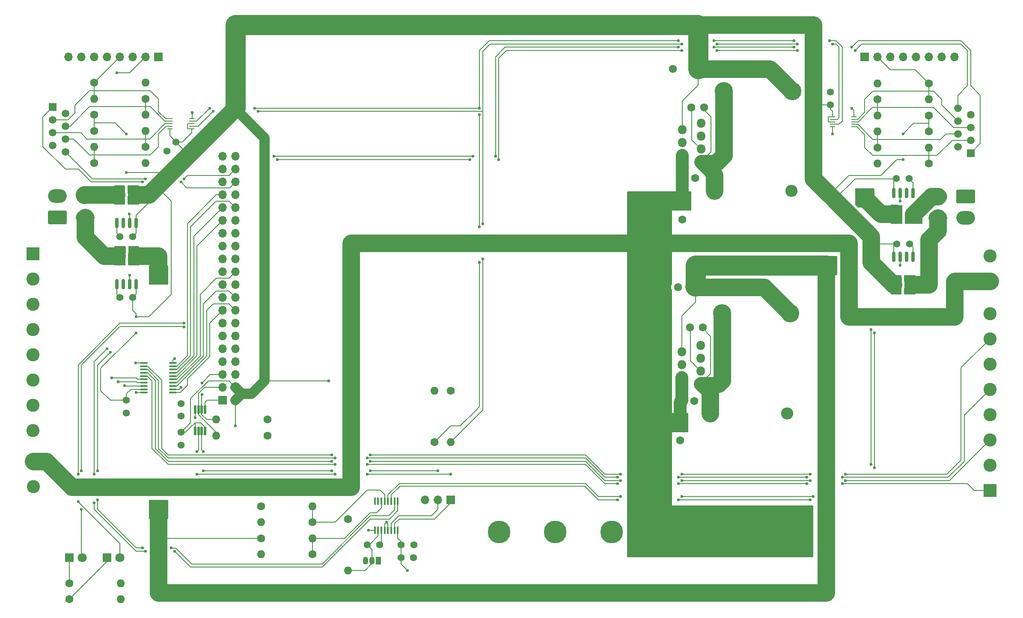
<source format=gbr>
%TF.GenerationSoftware,KiCad,Pcbnew,8.0.4*%
%TF.CreationDate,2024-12-06T03:31:11-06:00*%
%TF.ProjectId,mainpcb,6d61696e-7063-4622-9e6b-696361645f70,rev?*%
%TF.SameCoordinates,Original*%
%TF.FileFunction,Copper,L1,Top*%
%TF.FilePolarity,Positive*%
%FSLAX46Y46*%
G04 Gerber Fmt 4.6, Leading zero omitted, Abs format (unit mm)*
G04 Created by KiCad (PCBNEW 8.0.4) date 2024-12-06 03:31:11*
%MOMM*%
%LPD*%
G01*
G04 APERTURE LIST*
G04 Aperture macros list*
%AMRoundRect*
0 Rectangle with rounded corners*
0 $1 Rounding radius*
0 $2 $3 $4 $5 $6 $7 $8 $9 X,Y pos of 4 corners*
0 Add a 4 corners polygon primitive as box body*
4,1,4,$2,$3,$4,$5,$6,$7,$8,$9,$2,$3,0*
0 Add four circle primitives for the rounded corners*
1,1,$1+$1,$2,$3*
1,1,$1+$1,$4,$5*
1,1,$1+$1,$6,$7*
1,1,$1+$1,$8,$9*
0 Add four rect primitives between the rounded corners*
20,1,$1+$1,$2,$3,$4,$5,0*
20,1,$1+$1,$4,$5,$6,$7,0*
20,1,$1+$1,$6,$7,$8,$9,0*
20,1,$1+$1,$8,$9,$2,$3,0*%
G04 Aperture macros list end*
%TA.AperFunction,SMDPad,CuDef*%
%ADD10RoundRect,0.150000X0.150000X-0.825000X0.150000X0.825000X-0.150000X0.825000X-0.150000X-0.825000X0*%
%TD*%
%TA.AperFunction,SMDPad,CuDef*%
%ADD11RoundRect,0.150000X-0.150000X0.825000X-0.150000X-0.825000X0.150000X-0.825000X0.150000X0.825000X0*%
%TD*%
%TA.AperFunction,ComponentPad*%
%ADD12R,2.600000X2.600000*%
%TD*%
%TA.AperFunction,ComponentPad*%
%ADD13C,2.600000*%
%TD*%
%TA.AperFunction,ComponentPad*%
%ADD14C,1.600000*%
%TD*%
%TA.AperFunction,ComponentPad*%
%ADD15O,1.600000X1.600000*%
%TD*%
%TA.AperFunction,ComponentPad*%
%ADD16R,1.700000X1.700000*%
%TD*%
%TA.AperFunction,ComponentPad*%
%ADD17O,1.700000X1.700000*%
%TD*%
%TA.AperFunction,ComponentPad*%
%ADD18R,1.600000X1.600000*%
%TD*%
%TA.AperFunction,ComponentPad*%
%ADD19O,1.800000X1.800000*%
%TD*%
%TA.AperFunction,ComponentPad*%
%ADD20R,1.800000X1.800000*%
%TD*%
%TA.AperFunction,ComponentPad*%
%ADD21C,1.400000*%
%TD*%
%TA.AperFunction,SMDPad,CuDef*%
%ADD22RoundRect,0.100000X-0.100000X0.637500X-0.100000X-0.637500X0.100000X-0.637500X0.100000X0.637500X0*%
%TD*%
%TA.AperFunction,ComponentPad*%
%ADD23C,4.500000*%
%TD*%
%TA.AperFunction,SMDPad,CuDef*%
%ADD24RoundRect,0.100000X0.637500X0.100000X-0.637500X0.100000X-0.637500X-0.100000X0.637500X-0.100000X0*%
%TD*%
%TA.AperFunction,SMDPad,CuDef*%
%ADD25RoundRect,0.125000X-0.125000X0.687500X-0.125000X-0.687500X0.125000X-0.687500X0.125000X0.687500X0*%
%TD*%
%TA.AperFunction,ComponentPad*%
%ADD26C,3.600000*%
%TD*%
%TA.AperFunction,ComponentPad*%
%ADD27R,2.400000X2.400000*%
%TD*%
%TA.AperFunction,ComponentPad*%
%ADD28O,2.400000X2.400000*%
%TD*%
%TA.AperFunction,ComponentPad*%
%ADD29C,1.500000*%
%TD*%
%TA.AperFunction,ComponentPad*%
%ADD30R,1.500000X1.500000*%
%TD*%
%TA.AperFunction,ComponentPad*%
%ADD31O,3.700000X2.700000*%
%TD*%
%TA.AperFunction,ComponentPad*%
%ADD32RoundRect,0.250001X-1.599999X1.099999X-1.599999X-1.099999X1.599999X-1.099999X1.599999X1.099999X0*%
%TD*%
%TA.AperFunction,ComponentPad*%
%ADD33R,1.050000X1.500000*%
%TD*%
%TA.AperFunction,ComponentPad*%
%ADD34O,1.050000X1.500000*%
%TD*%
%TA.AperFunction,SMDPad,CuDef*%
%ADD35R,1.100000X0.250000*%
%TD*%
%TA.AperFunction,ComponentPad*%
%ADD36RoundRect,0.250001X1.599999X-1.099999X1.599999X1.099999X-1.599999X1.099999X-1.599999X-1.099999X0*%
%TD*%
%TA.AperFunction,ComponentPad*%
%ADD37C,1.800000*%
%TD*%
%TA.AperFunction,ViaPad*%
%ADD38C,0.600000*%
%TD*%
%TA.AperFunction,Conductor*%
%ADD39C,0.200000*%
%TD*%
%TA.AperFunction,Conductor*%
%ADD40C,3.500000*%
%TD*%
%TA.AperFunction,Conductor*%
%ADD41C,4.000000*%
%TD*%
%TA.AperFunction,Conductor*%
%ADD42C,2.000000*%
%TD*%
%TA.AperFunction,Conductor*%
%ADD43C,2.800000*%
%TD*%
%TA.AperFunction,Conductor*%
%ADD44C,2.500000*%
%TD*%
G04 APERTURE END LIST*
D10*
%TO.P,U12,1,IN+*%
%TO.N,+12V*%
X226080000Y-73772500D03*
%TO.P,U12,2,IN+*%
X227350000Y-73772500D03*
%TO.P,U12,3,IN-*%
%TO.N,Net-(J11-Pin_3)*%
X228620000Y-73772500D03*
%TO.P,U12,4,IN-*%
X229890000Y-73772500D03*
%TO.P,U12,5,GND*%
%TO.N,GND*%
X229890000Y-68822500D03*
%TO.P,U12,6,NC*%
%TO.N,unconnected-(U12-NC-Pad6)*%
X228620000Y-68822500D03*
%TO.P,U12,7,VOUT*%
%TO.N,Net-(U12-VOUT)*%
X227350000Y-68822500D03*
%TO.P,U12,8,VS*%
%TO.N,+5V*%
X226080000Y-68822500D03*
%TD*%
%TO.P,U11,1,IN+*%
%TO.N,+5V*%
X226060000Y-86455000D03*
%TO.P,U11,2,IN+*%
X227330000Y-86455000D03*
%TO.P,U11,3,IN-*%
%TO.N,Net-(J11-Pin_4)*%
X228600000Y-86455000D03*
%TO.P,U11,4,IN-*%
X229870000Y-86455000D03*
%TO.P,U11,5,GND*%
%TO.N,GND*%
X229870000Y-81505000D03*
%TO.P,U11,6,NC*%
%TO.N,unconnected-(U11-NC-Pad6)*%
X228600000Y-81505000D03*
%TO.P,U11,7,VOUT*%
%TO.N,Net-(U11-VOUT)*%
X227330000Y-81505000D03*
%TO.P,U11,8,VS*%
%TO.N,+5V*%
X226060000Y-81505000D03*
%TD*%
D11*
%TO.P,U8,1,IN+*%
%TO.N,+12V*%
X76200000Y-81980000D03*
%TO.P,U8,2,IN+*%
X74930000Y-81980000D03*
%TO.P,U8,3,IN-*%
%TO.N,Net-(J10-Pin_3)*%
X73660000Y-81980000D03*
%TO.P,U8,4,IN-*%
X72390000Y-81980000D03*
%TO.P,U8,5,GND*%
%TO.N,GND*%
X72390000Y-86930000D03*
%TO.P,U8,6,NC*%
%TO.N,unconnected-(U8-NC-Pad6)*%
X73660000Y-86930000D03*
%TO.P,U8,7,VOUT*%
%TO.N,Net-(U8-VOUT)*%
X74930000Y-86930000D03*
%TO.P,U8,8,VS*%
%TO.N,+5V*%
X76200000Y-86930000D03*
%TD*%
%TO.P,U7,1,IN+*%
%TO.N,+5V*%
X76200000Y-69813562D03*
%TO.P,U7,2,IN+*%
X74930000Y-69813562D03*
%TO.P,U7,3,IN-*%
%TO.N,Net-(J10-Pin_4)*%
X73660000Y-69813562D03*
%TO.P,U7,4,IN-*%
X72390000Y-69813562D03*
%TO.P,U7,5,GND*%
%TO.N,GND*%
X72390000Y-74763562D03*
%TO.P,U7,6,NC*%
%TO.N,unconnected-(U7-NC-Pad6)*%
X73660000Y-74763562D03*
%TO.P,U7,7,VOUT*%
%TO.N,Net-(U7-VOUT)*%
X74930000Y-74763562D03*
%TO.P,U7,8,VS*%
%TO.N,+5V*%
X76200000Y-74763562D03*
%TD*%
D12*
%TO.P,J9,1,Pin_1*%
%TO.N,+24V*%
X55880000Y-121960000D03*
D13*
%TO.P,J9,2,Pin_2*%
%TO.N,GND*%
X55880000Y-126960000D03*
%TD*%
D14*
%TO.P,R17,1*%
%TO.N,+5V*%
X118110000Y-133350000D03*
D15*
%TO.P,R17,2*%
%TO.N,Net-(U10-K)*%
X118110000Y-143510000D03*
%TD*%
D14*
%TO.P,R22,1*%
%TO.N,+3.3V*%
X102235000Y-116840000D03*
D15*
%TO.P,R22,2*%
%TO.N,SDA_3.3*%
X92075000Y-116840000D03*
%TD*%
D14*
%TO.P,R15,1*%
%TO.N,DSCL1-*%
X67945000Y-47043562D03*
D15*
%TO.P,R15,2*%
%TO.N,GND*%
X78105000Y-47043562D03*
%TD*%
D14*
%TO.P,R2,1*%
%TO.N,Net-(D2-K)*%
X62985000Y-149225000D03*
D15*
%TO.P,R2,2*%
%TO.N,GND*%
X73145000Y-149225000D03*
%TD*%
D14*
%TO.P,R7,1*%
%TO.N,DSDA1-*%
X67945000Y-62918562D03*
D15*
%TO.P,R7,2*%
%TO.N,GND*%
X78105000Y-62918562D03*
%TD*%
D16*
%TO.P,J8,1,Pin_1*%
%TO.N,SDA*%
X138430000Y-129540000D03*
D17*
%TO.P,J8,2,Pin_2*%
%TO.N,SCL*%
X135890000Y-129540000D03*
%TO.P,J8,3,Pin_3*%
%TO.N,GND*%
X133350000Y-129540000D03*
%TD*%
D18*
%TO.P,C6,1*%
%TO.N,+24V*%
X184259234Y-70590765D03*
D14*
%TO.P,C6,2*%
%TO.N,GND*%
X184259234Y-74090765D03*
%TD*%
D19*
%TO.P,U3,7,~{ON}/OFF*%
%TO.N,GND*%
X187912200Y-98965450D03*
%TO.P,U3,6,FB*%
%TO.N,+12V*%
X184212200Y-100235450D03*
%TO.P,U3,5*%
%TO.N,N/C*%
X187912200Y-101505450D03*
%TO.P,U3,4,GND*%
%TO.N,GND*%
X184212200Y-102775450D03*
%TO.P,U3,3,CB*%
%TO.N,Net-(U3-CB)*%
X187912200Y-104045450D03*
%TO.P,U3,2,VIN*%
%TO.N,+24V*%
X184212200Y-105315450D03*
D20*
%TO.P,U3,1,OUT*%
%TO.N,Net-(D3-K)*%
X187912200Y-106585450D03*
%TD*%
D21*
%TO.P,C13,1*%
%TO.N,+5V*%
X128660000Y-138430000D03*
%TO.P,C13,2*%
%TO.N,GND*%
X131160000Y-138430000D03*
%TD*%
%TO.P,C9,1*%
%TO.N,+5V*%
X84068884Y-58806116D03*
%TO.P,C9,2*%
%TO.N,GND*%
X82301117Y-60573883D03*
%TD*%
%TO.P,C24,1*%
%TO.N,+3.3V*%
X85090000Y-110510000D03*
%TO.P,C24,2*%
%TO.N,GND*%
X85090000Y-113010000D03*
%TD*%
D22*
%TO.P,U9,1,CH0*%
%TO.N,Net-(U7-VOUT)*%
X128005000Y-129852500D03*
%TO.P,U9,2,CH1*%
%TO.N,Net-(U8-VOUT)*%
X127355000Y-129852500D03*
%TO.P,U9,3,CH2*%
%TO.N,Net-(U11-VOUT)*%
X126705000Y-129852500D03*
%TO.P,U9,4,CH3*%
%TO.N,Net-(U12-VOUT)*%
X126055000Y-129852500D03*
%TO.P,U9,5,CH4*%
%TO.N,Net-(U9-CH4)*%
X125405000Y-129852500D03*
%TO.P,U9,6,CH5*%
%TO.N,Net-(U9-CH5)*%
X124755000Y-129852500D03*
%TO.P,U9,7,CH6*%
%TO.N,unconnected-(U9-CH6-Pad7)*%
X124105000Y-129852500D03*
%TO.P,U9,8,CH7*%
%TO.N,unconnected-(U9-CH7-Pad8)*%
X123455000Y-129852500D03*
%TO.P,U9,9,GND*%
%TO.N,GND*%
X123455000Y-135577500D03*
%TO.P,U9,10,REF*%
%TO.N,Net-(U10-K)*%
X124105000Y-135577500D03*
%TO.P,U9,11,COM*%
%TO.N,GND*%
X124755000Y-135577500D03*
%TO.P,U9,12,A0*%
X125405000Y-135577500D03*
%TO.P,U9,13,A1*%
X126055000Y-135577500D03*
%TO.P,U9,14,SCL*%
%TO.N,SCL*%
X126705000Y-135577500D03*
%TO.P,U9,15,SDA*%
%TO.N,SDA*%
X127355000Y-135577500D03*
%TO.P,U9,16,VDD*%
%TO.N,+5V*%
X128005000Y-135577500D03*
%TD*%
D21*
%TO.P,C14,1*%
%TO.N,+5V*%
X75545000Y-77470000D03*
%TO.P,C14,2*%
%TO.N,GND*%
X73045000Y-77470000D03*
%TD*%
D14*
%TO.P,C2,1*%
%TO.N,Net-(U3-CB)*%
X185802200Y-95480450D03*
%TO.P,C2,2*%
%TO.N,Net-(D3-K)*%
X188302200Y-95480450D03*
%TD*%
D23*
%TO.P,J5,1*%
%TO.N,+24V*%
X203662000Y-135890000D03*
%TO.P,J5,2*%
X192536800Y-135890000D03*
%TO.P,J5,3*%
X181411600Y-135890000D03*
%TO.P,J5,4*%
%TO.N,GND*%
X170286400Y-135890000D03*
%TO.P,J5,5*%
X159161200Y-135890000D03*
%TO.P,J5,6*%
X148036000Y-135890000D03*
%TD*%
D18*
%TO.P,C5,1*%
%TO.N,+12V*%
X186882200Y-87480450D03*
D14*
%TO.P,C5,2*%
%TO.N,GND*%
X183382200Y-87480450D03*
%TD*%
%TO.P,R9,1*%
%TO.N,+5V*%
X138430000Y-107950000D03*
D15*
%TO.P,R9,2*%
%TO.N,SDA*%
X138430000Y-118110000D03*
%TD*%
D21*
%TO.P,C15,1*%
%TO.N,+5V*%
X75545000Y-89535000D03*
%TO.P,C15,2*%
%TO.N,GND*%
X73045000Y-89535000D03*
%TD*%
D14*
%TO.P,R21,1*%
%TO.N,Net-(U9-CH4)*%
X111125000Y-133985000D03*
D15*
%TO.P,R21,2*%
%TO.N,GND*%
X100965000Y-133985000D03*
%TD*%
D16*
%TO.P,J6,1,Pin_1*%
%TO.N,DSDA1+*%
X80645000Y-41910000D03*
D17*
%TO.P,J6,2,Pin_2*%
%TO.N,DSDA1-*%
X78105000Y-41910000D03*
%TO.P,J6,3,Pin_3*%
%TO.N,DSCL1+*%
X75565000Y-41910000D03*
%TO.P,J6,4,Pin_4*%
%TO.N,DSCL1-*%
X73025000Y-41910000D03*
%TO.P,J6,5,Pin_5*%
%TO.N,GND*%
X70485000Y-41910000D03*
%TO.P,J6,6,Pin_6*%
X67945000Y-41910000D03*
%TO.P,J6,7,Pin_7*%
X65405000Y-41910000D03*
%TO.P,J6,8,Pin_8*%
X62865000Y-41910000D03*
%TD*%
D14*
%TO.P,R8,1*%
%TO.N,DSDA2-*%
X233065000Y-47152500D03*
D15*
%TO.P,R8,2*%
%TO.N,GND*%
X222905000Y-47152500D03*
%TD*%
D14*
%TO.P,R13,1*%
%TO.N,DSCL1+*%
X78105000Y-50218562D03*
D15*
%TO.P,R13,2*%
%TO.N,DSCL1-*%
X67945000Y-50218562D03*
%TD*%
D21*
%TO.P,C11,1*%
%TO.N,Net-(U10-K)*%
X121940000Y-138430000D03*
%TO.P,C11,2*%
%TO.N,GND*%
X124440000Y-138430000D03*
%TD*%
D14*
%TO.P,C8,1*%
%TO.N,+24V*%
X184279234Y-65893416D03*
%TO.P,C8,2*%
%TO.N,GND*%
X186779234Y-65893416D03*
%TD*%
D24*
%TO.P,U2,1,A1*%
%TO.N,PUL1+*%
X83507500Y-108335000D03*
%TO.P,U2,2,V_{CCA}*%
%TO.N,+3.3V*%
X83507500Y-107685000D03*
%TO.P,U2,3,A2*%
%TO.N,DIR1+*%
X83507500Y-107035000D03*
%TO.P,U2,4,A3*%
%TO.N,ENA1+*%
X83507500Y-106385000D03*
%TO.P,U2,5,A4*%
%TO.N,ALARM1+*%
X83507500Y-105735000D03*
%TO.P,U2,6,A5*%
%TO.N,PUL2+*%
X83507500Y-105085000D03*
%TO.P,U2,7,A6*%
%TO.N,DIR2+*%
X83507500Y-104435000D03*
%TO.P,U2,8,A7*%
%TO.N,ENA2+*%
X83507500Y-103785000D03*
%TO.P,U2,9,A8*%
%TO.N,ALARM2+*%
X83507500Y-103135000D03*
%TO.P,U2,10,OE*%
%TO.N,+3.3V*%
X83507500Y-102485000D03*
%TO.P,U2,11,GND*%
%TO.N,GND*%
X77782500Y-102485000D03*
%TO.P,U2,12,B8*%
%TO.N,Net-(J13-Pin_7)*%
X77782500Y-103135000D03*
%TO.P,U2,13,B7*%
%TO.N,Net-(J13-Pin_5)*%
X77782500Y-103785000D03*
%TO.P,U2,14,B6*%
%TO.N,Net-(J13-Pin_3)*%
X77782500Y-104435000D03*
%TO.P,U2,15,B5*%
%TO.N,Net-(J13-Pin_1)*%
X77782500Y-105085000D03*
%TO.P,U2,16,B4*%
%TO.N,Net-(J4-Pin_7)*%
X77782500Y-105735000D03*
%TO.P,U2,17,B3*%
%TO.N,Net-(J4-Pin_5)*%
X77782500Y-106385000D03*
%TO.P,U2,18,B2*%
%TO.N,Net-(J4-Pin_3)*%
X77782500Y-107035000D03*
%TO.P,U2,19,V_{CCB}*%
%TO.N,+5V*%
X77782500Y-107685000D03*
%TO.P,U2,20,B1*%
%TO.N,Net-(J4-Pin_1)*%
X77782500Y-108335000D03*
%TD*%
D25*
%TO.P,U1,1,VCCA*%
%TO.N,+3.3V*%
X89875000Y-111679500D03*
%TO.P,U1,2,SCLA*%
%TO.N,SCL_3.3*%
X89225000Y-111679500D03*
%TO.P,U1,3,SDAA*%
%TO.N,SDA_3.3*%
X88575000Y-111679500D03*
%TO.P,U1,4,GND*%
%TO.N,GND*%
X87925000Y-111679500D03*
%TO.P,U1,5,EN*%
%TO.N,+5V*%
X87925000Y-115904500D03*
%TO.P,U1,6,SDAB*%
%TO.N,SDA*%
X88575000Y-115904500D03*
%TO.P,U1,7,SCLB*%
%TO.N,SCL*%
X89225000Y-115904500D03*
%TO.P,U1,8,VCCB*%
%TO.N,+5V*%
X89875000Y-115904500D03*
%TD*%
D21*
%TO.P,C10,1*%
%TO.N,+5V*%
X213566116Y-51398349D03*
%TO.P,C10,2*%
%TO.N,GND*%
X213566116Y-48898349D03*
%TD*%
D14*
%TO.P,R3,1*%
%TO.N,+5V*%
X67945000Y-56568562D03*
D15*
%TO.P,R3,2*%
%TO.N,DSDA1+*%
X78105000Y-56568562D03*
%TD*%
D12*
%TO.P,J15,1,Pin_1*%
%TO.N,+24V*%
X245110000Y-86280000D03*
D13*
%TO.P,J15,2,Pin_2*%
%TO.N,GND*%
X245110000Y-81280000D03*
%TD*%
D26*
%TO.P,L1,1,1*%
%TO.N,Net-(D3-K)*%
X192112200Y-92615450D03*
%TO.P,L1,2,2*%
%TO.N,+12V*%
X205612200Y-92615450D03*
%TD*%
D14*
%TO.P,R5,1*%
%TO.N,DSDA1+*%
X78105000Y-59743562D03*
D15*
%TO.P,R5,2*%
%TO.N,DSDA1-*%
X67945000Y-59743562D03*
%TD*%
D19*
%TO.P,U4,7,~{ON}/OFF*%
%TO.N,GND*%
X187959234Y-55098416D03*
%TO.P,U4,6,FB*%
%TO.N,+5V*%
X184259234Y-56368416D03*
%TO.P,U4,5*%
%TO.N,N/C*%
X187959234Y-57638416D03*
%TO.P,U4,4,GND*%
%TO.N,GND*%
X184259234Y-58908416D03*
%TO.P,U4,3,CB*%
%TO.N,Net-(U4-CB)*%
X187959234Y-60178416D03*
%TO.P,U4,2,VIN*%
%TO.N,+24V*%
X184259234Y-61448416D03*
D20*
%TO.P,U4,1,OUT*%
%TO.N,Net-(D4-K)*%
X187959234Y-62718416D03*
%TD*%
D14*
%TO.P,R11,1*%
%TO.N,+5V*%
X67945000Y-53393562D03*
D15*
%TO.P,R11,2*%
%TO.N,DSCL1+*%
X78105000Y-53393562D03*
%TD*%
D26*
%TO.P,L2,1,1*%
%TO.N,Net-(D4-K)*%
X192514234Y-48748416D03*
%TO.P,L2,2,2*%
%TO.N,+5V*%
X206014234Y-48748416D03*
%TD*%
D14*
%TO.P,C7,1*%
%TO.N,Net-(U4-CB)*%
X186055000Y-51923416D03*
%TO.P,C7,2*%
%TO.N,Net-(D4-K)*%
X188555000Y-51923416D03*
%TD*%
%TO.P,R23,1*%
%TO.N,+3.3V*%
X102235000Y-113665000D03*
D15*
%TO.P,R23,2*%
%TO.N,SCL_3.3*%
X92075000Y-113665000D03*
%TD*%
D14*
%TO.P,C18,1*%
%TO.N,+5V*%
X187394234Y-44303416D03*
%TO.P,C18,2*%
%TO.N,GND*%
X182394234Y-44303416D03*
%TD*%
D16*
%TO.P,J7,1,Pin_1*%
%TO.N,DSDA2+*%
X220345000Y-41910000D03*
D17*
%TO.P,J7,2,Pin_2*%
%TO.N,DSDA2-*%
X222885000Y-41910000D03*
%TO.P,J7,3,Pin_3*%
%TO.N,DSCL2+*%
X225425000Y-41910000D03*
%TO.P,J7,4,Pin_4*%
%TO.N,DSCL2-*%
X227965000Y-41910000D03*
%TO.P,J7,5,Pin_5*%
%TO.N,GND*%
X230505000Y-41910000D03*
%TO.P,J7,6,Pin_6*%
X233045000Y-41910000D03*
%TO.P,J7,7,Pin_7*%
X235585000Y-41910000D03*
%TO.P,J7,8,Pin_8*%
X238125000Y-41910000D03*
%TD*%
D21*
%TO.P,C23,1*%
%TO.N,+5V*%
X74295000Y-109855000D03*
%TO.P,C23,2*%
%TO.N,GND*%
X74295000Y-112355000D03*
%TD*%
D27*
%TO.P,D3,1,K*%
%TO.N,Net-(D3-K)*%
X189762200Y-112480450D03*
D28*
%TO.P,D3,2,A*%
%TO.N,GND*%
X205002200Y-112480450D03*
%TD*%
D29*
%TO.P,J2,8*%
%TO.N,LIMIT_SW_LR*%
X62250000Y-60721062D03*
%TO.P,J2,7*%
%TO.N,GND*%
X59710000Y-59451062D03*
%TO.P,J2,6*%
%TO.N,DSDA1-*%
X62250000Y-58181062D03*
%TO.P,J2,5*%
%TO.N,DSDA1+*%
X59710000Y-56911062D03*
%TO.P,J2,4*%
%TO.N,DSCL1+*%
X62250000Y-55641062D03*
%TO.P,J2,3*%
%TO.N,DSCL1-*%
X59710000Y-54371062D03*
%TO.P,J2,2*%
%TO.N,GND*%
X62250000Y-53101062D03*
D30*
%TO.P,J2,1*%
%TO.N,LIMIT_SW_LL*%
X59710000Y-51831062D03*
%TD*%
D16*
%TO.P,J1,1,3V3*%
%TO.N,+3.3V*%
X93345000Y-109840000D03*
D17*
%TO.P,J1,2,5V*%
%TO.N,+5V*%
X95885000Y-109840000D03*
%TO.P,J1,3,SDA/GPIO2*%
%TO.N,SDA_3.3*%
X93345000Y-107300000D03*
%TO.P,J1,4,5V*%
%TO.N,+5V*%
X95885000Y-107300000D03*
%TO.P,J1,5,SCL/GPIO3*%
%TO.N,SCL_3.3*%
X93345000Y-104760000D03*
%TO.P,J1,6,GND*%
%TO.N,GND*%
X95885000Y-104760000D03*
%TO.P,J1,7,GCLK0/GPIO4*%
%TO.N,unconnected-(J1-GCLK0{slash}GPIO4-Pad7)*%
X93345000Y-102220000D03*
%TO.P,J1,8,GPIO14/TXD*%
%TO.N,unconnected-(J1-GPIO14{slash}TXD-Pad8)*%
X95885000Y-102220000D03*
%TO.P,J1,9,GND*%
%TO.N,GND*%
X93345000Y-99680000D03*
%TO.P,J1,10,GPIO15/RXD*%
%TO.N,unconnected-(J1-GPIO15{slash}RXD-Pad10)*%
X95885000Y-99680000D03*
%TO.P,J1,11,GPIO17*%
%TO.N,LED1*%
X93345000Y-97140000D03*
%TO.P,J1,12,GPIO18/PWM0*%
%TO.N,unconnected-(J1-GPIO18{slash}PWM0-Pad12)*%
X95885000Y-97140000D03*
%TO.P,J1,13,GPIO27*%
%TO.N,LED2*%
X93345000Y-94600000D03*
%TO.P,J1,14,GND*%
%TO.N,GND*%
X95885000Y-94600000D03*
%TO.P,J1,15,GPIO22*%
%TO.N,PUL1+*%
X93345000Y-92060000D03*
%TO.P,J1,16,GPIO23*%
%TO.N,DIR1+*%
X95885000Y-92060000D03*
%TO.P,J1,17,3V3*%
%TO.N,+3.3V*%
X93345000Y-89520000D03*
%TO.P,J1,18,GPIO24*%
%TO.N,ENA1+*%
X95885000Y-89520000D03*
%TO.P,J1,19,MOSI0/GPIO10*%
%TO.N,unconnected-(J1-MOSI0{slash}GPIO10-Pad19)*%
X93345000Y-86980000D03*
%TO.P,J1,20,GND*%
%TO.N,GND*%
X95885000Y-86980000D03*
%TO.P,J1,21,MISO0/GPIO9*%
%TO.N,unconnected-(J1-MISO0{slash}GPIO9-Pad21)*%
X93345000Y-84440000D03*
%TO.P,J1,22,GPIO25*%
%TO.N,ALARM1+*%
X95885000Y-84440000D03*
%TO.P,J1,23,SCLK0/GPIO11*%
%TO.N,unconnected-(J1-SCLK0{slash}GPIO11-Pad23)*%
X93345000Y-81900000D03*
%TO.P,J1,24,~{CE0}/GPIO8*%
%TO.N,unconnected-(J1-~{CE0}{slash}GPIO8-Pad24)*%
X95885000Y-81900000D03*
%TO.P,J1,25,GND*%
%TO.N,GND*%
X93345000Y-79360000D03*
%TO.P,J1,26,~{CE1}/GPIO7*%
%TO.N,unconnected-(J1-~{CE1}{slash}GPIO7-Pad26)*%
X95885000Y-79360000D03*
%TO.P,J1,27,ID_SD/GPIO0*%
%TO.N,unconnected-(J1-ID_SD{slash}GPIO0-Pad27)*%
X93345000Y-76820000D03*
%TO.P,J1,28,ID_SC/GPIO1*%
%TO.N,unconnected-(J1-ID_SC{slash}GPIO1-Pad28)*%
X95885000Y-76820000D03*
%TO.P,J1,29,GCLK1/GPIO5*%
%TO.N,PUL2+*%
X93345000Y-74280000D03*
%TO.P,J1,30,GND*%
%TO.N,GND*%
X95885000Y-74280000D03*
%TO.P,J1,31,GCLK2/GPIO6*%
%TO.N,DIR2+*%
X93345000Y-71740000D03*
%TO.P,J1,32,PWM0/GPIO12*%
%TO.N,ENA2+*%
X95885000Y-71740000D03*
%TO.P,J1,33,PWM1/GPIO13*%
%TO.N,ALARM2+*%
X93345000Y-69200000D03*
%TO.P,J1,34,GND*%
%TO.N,GND*%
X95885000Y-69200000D03*
%TO.P,J1,35,GPIO19/MISO1*%
%TO.N,unconnected-(J1-GPIO19{slash}MISO1-Pad35)*%
X93345000Y-66660000D03*
%TO.P,J1,36,GPIO16*%
%TO.N,LIMIT_SW_LL*%
X95885000Y-66660000D03*
%TO.P,J1,37,GPIO26*%
%TO.N,LIMIT_SW_RR*%
X93345000Y-64120000D03*
%TO.P,J1,38,GPIO20/MOSI1*%
%TO.N,LIMIT_SW_LR*%
X95885000Y-64120000D03*
%TO.P,J1,39,GND*%
%TO.N,GND*%
X93345000Y-61580000D03*
%TO.P,J1,40,GPIO21/SCLK1*%
%TO.N,LIMIT_SW_RL*%
X95885000Y-61580000D03*
%TD*%
D18*
%TO.P,C3,1*%
%TO.N,+24V*%
X183882200Y-114327799D03*
D14*
%TO.P,C3,2*%
%TO.N,GND*%
X183882200Y-117827799D03*
%TD*%
%TO.P,R4,1*%
%TO.N,+5V*%
X233065000Y-53502500D03*
D15*
%TO.P,R4,2*%
%TO.N,DSDA2+*%
X222905000Y-53502500D03*
%TD*%
D31*
%TO.P,J11,4,Pin_4*%
%TO.N,Net-(J11-Pin_4)*%
X234850000Y-73777500D03*
%TO.P,J11,3,Pin_3*%
%TO.N,Net-(J11-Pin_3)*%
X234850000Y-69577500D03*
%TO.P,J11,2,Pin_2*%
%TO.N,GND*%
X240350000Y-73777500D03*
D32*
%TO.P,J11,1,Pin_1*%
X240350000Y-69577500D03*
%TD*%
D33*
%TO.P,U10,1,NC*%
%TO.N,unconnected-(U10-NC-Pad1)*%
X124195000Y-141605000D03*
D34*
%TO.P,U10,2,K*%
%TO.N,Net-(U10-K)*%
X122925000Y-141605000D03*
%TO.P,U10,3,A*%
%TO.N,GND*%
X121655000Y-141605000D03*
%TD*%
D14*
%TO.P,R19,1*%
%TO.N,+5V*%
X100965000Y-130810000D03*
D15*
%TO.P,R19,2*%
%TO.N,Net-(U9-CH4)*%
X111125000Y-130810000D03*
%TD*%
D35*
%TO.P,U6,1,V_{DD(A)}*%
%TO.N,+5V*%
X213951740Y-53772500D03*
%TO.P,U6,2,SDA*%
%TO.N,SDA*%
X213951740Y-54272500D03*
%TO.P,U6,3,EN*%
%TO.N,+5V*%
X213951740Y-54772500D03*
%TO.P,U6,4,SCL*%
%TO.N,SCL*%
X213951740Y-55272500D03*
%TO.P,U6,5,V_{SS}*%
%TO.N,GND*%
X213951740Y-55772500D03*
%TO.P,U6,6,DSCLM*%
%TO.N,DSCL2-*%
X218251740Y-55772500D03*
%TO.P,U6,7,DSCLP*%
%TO.N,DSCL2+*%
X218251740Y-55272500D03*
%TO.P,U6,8,DSDAP*%
%TO.N,DSDA2+*%
X218251740Y-54772500D03*
%TO.P,U6,9,DSDAM*%
%TO.N,DSDA2-*%
X218251740Y-54272500D03*
%TO.P,U6,10,V_{DD(B)}*%
%TO.N,+5V*%
X218251740Y-53772500D03*
%TD*%
D14*
%TO.P,R1,1*%
%TO.N,Net-(D1-K)*%
X62985000Y-146050000D03*
D15*
%TO.P,R1,2*%
%TO.N,GND*%
X73145000Y-146050000D03*
%TD*%
D31*
%TO.P,J10,4,Pin_4*%
%TO.N,Net-(J10-Pin_4)*%
X66160000Y-69451062D03*
%TO.P,J10,3,Pin_3*%
%TO.N,Net-(J10-Pin_3)*%
X66160000Y-73651062D03*
%TO.P,J10,2,Pin_2*%
%TO.N,GND*%
X60660000Y-69451062D03*
D36*
%TO.P,J10,1,Pin_1*%
X60660000Y-73651062D03*
%TD*%
D29*
%TO.P,J3,8*%
%TO.N,LIMIT_SW_RR*%
X238760000Y-52070000D03*
%TO.P,J3,7*%
%TO.N,GND*%
X241300000Y-53340000D03*
%TO.P,J3,6*%
%TO.N,DSDA2-*%
X238760000Y-54610000D03*
%TO.P,J3,5*%
%TO.N,DSDA2+*%
X241300000Y-55880000D03*
%TO.P,J3,4*%
%TO.N,DSCL2+*%
X238760000Y-57150000D03*
%TO.P,J3,3*%
%TO.N,DSCL2-*%
X241300000Y-58420000D03*
%TO.P,J3,2*%
%TO.N,GND*%
X238760000Y-59690000D03*
D30*
%TO.P,J3,1*%
%TO.N,LIMIT_SW_RL*%
X241300000Y-60960000D03*
%TD*%
D20*
%TO.P,D1,1,K*%
%TO.N,Net-(D1-K)*%
X62985000Y-140970000D03*
D37*
%TO.P,D1,2,A*%
%TO.N,LED1*%
X65525000Y-140970000D03*
%TD*%
D27*
%TO.P,D4,1,K*%
%TO.N,Net-(D4-K)*%
X190609234Y-68433416D03*
D28*
%TO.P,D4,2,A*%
%TO.N,GND*%
X205849234Y-68433416D03*
%TD*%
D14*
%TO.P,R16,1*%
%TO.N,DSCL2-*%
X233065000Y-63027500D03*
D15*
%TO.P,R16,2*%
%TO.N,GND*%
X222905000Y-63027500D03*
%TD*%
D14*
%TO.P,R6,1*%
%TO.N,DSDA2+*%
X222905000Y-50327500D03*
D15*
%TO.P,R6,2*%
%TO.N,DSDA2-*%
X233065000Y-50327500D03*
%TD*%
D14*
%TO.P,R20,1*%
%TO.N,Net-(U9-CH5)*%
X111125000Y-140335000D03*
D15*
%TO.P,R20,2*%
%TO.N,GND*%
X100965000Y-140335000D03*
%TD*%
D14*
%TO.P,R10,1*%
%TO.N,SCL*%
X135255000Y-118110000D03*
D15*
%TO.P,R10,2*%
%TO.N,+5V*%
X135255000Y-107950000D03*
%TD*%
D14*
%TO.P,C4,1*%
%TO.N,+24V*%
X184132200Y-109980450D03*
%TO.P,C4,2*%
%TO.N,GND*%
X186632200Y-109980450D03*
%TD*%
%TO.P,R12,1*%
%TO.N,+5V*%
X233065000Y-56677500D03*
D15*
%TO.P,R12,2*%
%TO.N,DSCL2+*%
X222905000Y-56677500D03*
%TD*%
D21*
%TO.P,C12,1*%
%TO.N,+5V*%
X128640000Y-140970000D03*
%TO.P,C12,2*%
%TO.N,GND*%
X131140000Y-140970000D03*
%TD*%
%TO.P,C17,1*%
%TO.N,+5V*%
X226604000Y-66012500D03*
%TO.P,C17,2*%
%TO.N,GND*%
X229104000Y-66012500D03*
%TD*%
D14*
%TO.P,R14,1*%
%TO.N,DSCL2+*%
X222905000Y-59852500D03*
D15*
%TO.P,R14,2*%
%TO.N,DSCL2-*%
X233065000Y-59852500D03*
%TD*%
D14*
%TO.P,R18,1*%
%TO.N,+12V*%
X100965000Y-137160000D03*
D15*
%TO.P,R18,2*%
%TO.N,Net-(U9-CH5)*%
X111125000Y-137160000D03*
%TD*%
D21*
%TO.P,C1,1*%
%TO.N,+5V*%
X85090000Y-116225000D03*
%TO.P,C1,2*%
%TO.N,GND*%
X85090000Y-118725000D03*
%TD*%
D35*
%TO.P,U5,1,V_{DD(A)}*%
%TO.N,+5V*%
X87240000Y-56163562D03*
%TO.P,U5,2,SDA*%
%TO.N,SDA*%
X87240000Y-55663562D03*
%TO.P,U5,3,EN*%
%TO.N,+5V*%
X87240000Y-55163562D03*
%TO.P,U5,4,SCL*%
%TO.N,SCL*%
X87240000Y-54663562D03*
%TO.P,U5,5,V_{SS}*%
%TO.N,GND*%
X87240000Y-54163562D03*
%TO.P,U5,6,DSCLM*%
%TO.N,DSCL1-*%
X82940000Y-54163562D03*
%TO.P,U5,7,DSCLP*%
%TO.N,DSCL1+*%
X82940000Y-54663562D03*
%TO.P,U5,8,DSDAP*%
%TO.N,DSDA1+*%
X82940000Y-55163562D03*
%TO.P,U5,9,DSDAM*%
%TO.N,DSDA1-*%
X82940000Y-55663562D03*
%TO.P,U5,10,V_{DD(B)}*%
%TO.N,+5V*%
X82940000Y-56163562D03*
%TD*%
D20*
%TO.P,D2,1,K*%
%TO.N,Net-(D2-K)*%
X70485000Y-140970000D03*
D37*
%TO.P,D2,2,A*%
%TO.N,LED2*%
X73025000Y-140970000D03*
%TD*%
D21*
%TO.P,C16,1*%
%TO.N,+5V*%
X226715000Y-78900000D03*
%TO.P,C16,2*%
%TO.N,GND*%
X229215000Y-78900000D03*
%TD*%
D12*
%TO.P,J4,1,Pin_1*%
%TO.N,Net-(J4-Pin_1)*%
X55870000Y-80850000D03*
D13*
%TO.P,J4,2,Pin_2*%
%TO.N,GND*%
X55870000Y-85850000D03*
%TO.P,J4,3,Pin_3*%
%TO.N,Net-(J4-Pin_3)*%
X55870000Y-90850000D03*
%TO.P,J4,4,Pin_4*%
%TO.N,GND*%
X55870000Y-95850000D03*
%TO.P,J4,5,Pin_5*%
%TO.N,Net-(J4-Pin_5)*%
X55870000Y-100850000D03*
%TO.P,J4,6,Pin_6*%
%TO.N,GND*%
X55870000Y-105850000D03*
%TO.P,J4,7,Pin_7*%
%TO.N,Net-(J4-Pin_7)*%
X55870000Y-110850000D03*
%TO.P,J4,8,Pin_8*%
%TO.N,GND*%
X55870000Y-115850000D03*
%TD*%
D12*
%TO.P,J13,1,Pin_1*%
%TO.N,Net-(J13-Pin_1)*%
X245110000Y-127710000D03*
D13*
%TO.P,J13,2,Pin_2*%
%TO.N,GND*%
X245110000Y-122710000D03*
%TO.P,J13,3,Pin_3*%
%TO.N,Net-(J13-Pin_3)*%
X245110000Y-117710000D03*
%TO.P,J13,4,Pin_4*%
%TO.N,GND*%
X245110000Y-112710000D03*
%TO.P,J13,5,Pin_5*%
%TO.N,Net-(J13-Pin_5)*%
X245110000Y-107710000D03*
%TO.P,J13,6,Pin_6*%
%TO.N,GND*%
X245110000Y-102710000D03*
%TO.P,J13,7,Pin_7*%
%TO.N,Net-(J13-Pin_7)*%
X245110000Y-97710000D03*
%TO.P,J13,8,Pin_8*%
%TO.N,GND*%
X245110000Y-92710000D03*
%TD*%
D38*
%TO.N,+5V*%
X76200000Y-96520000D03*
X114300000Y-106045000D03*
X217805000Y-52070000D03*
X74295000Y-57150000D03*
X129916586Y-143510000D03*
X74295000Y-64770000D03*
X95885000Y-114935000D03*
X227965000Y-62230000D03*
X76200000Y-93345000D03*
X227965000Y-57150000D03*
%TO.N,+12V*%
X80645000Y-83820000D03*
X81280000Y-132080000D03*
X212725000Y-81915000D03*
X79375000Y-86360000D03*
X81915000Y-86360000D03*
X80645000Y-86360000D03*
X219075000Y-71120000D03*
X81280000Y-84455000D03*
X81915000Y-85090000D03*
X212090000Y-82550000D03*
X79375000Y-83820000D03*
X81915000Y-131445000D03*
X79375000Y-130175000D03*
X221615000Y-71120000D03*
X79375000Y-85090000D03*
X81280000Y-130810000D03*
X221615000Y-68580000D03*
X220345000Y-69850000D03*
X81915000Y-130175000D03*
X213995000Y-84455000D03*
X213360000Y-82550000D03*
X220980000Y-69215000D03*
X220980000Y-70485000D03*
X81280000Y-85725000D03*
X80645000Y-85090000D03*
X219075000Y-68580000D03*
X80010000Y-132080000D03*
X211455000Y-84455000D03*
X80010000Y-84455000D03*
X81915000Y-132715000D03*
X213360000Y-83820000D03*
X211455000Y-81915000D03*
X219075000Y-69850000D03*
X212725000Y-83185000D03*
X219710000Y-70485000D03*
X211455000Y-83185000D03*
X221615000Y-69850000D03*
X213995000Y-83185000D03*
X212090000Y-83820000D03*
X213995000Y-81915000D03*
X220345000Y-68580000D03*
X80010000Y-85725000D03*
X219710000Y-69215000D03*
X80645000Y-131445000D03*
X220345000Y-71120000D03*
X81915000Y-83820000D03*
X79375000Y-132715000D03*
X80645000Y-130175000D03*
X79375000Y-131445000D03*
X80645000Y-132715000D03*
X212725000Y-84455000D03*
X80010000Y-130810000D03*
%TO.N,+3.3V*%
X83820000Y-101600000D03*
X85090000Y-107315000D03*
%TO.N,LED1*%
X65405000Y-123825000D03*
X65405000Y-131445000D03*
X85725000Y-95400003D03*
%TO.N,LED2*%
X85725000Y-94600000D03*
X64770000Y-124460000D03*
X64770000Y-129932193D03*
%TO.N,SCL_3.3*%
X89238306Y-108714224D03*
X89236082Y-106436525D03*
%TO.N,LIMIT_SW_LL*%
X77470000Y-66675000D03*
X85090000Y-66675000D03*
%TO.N,LIMIT_SW_LR*%
X78105000Y-66040000D03*
X85725000Y-66040000D03*
%TO.N,DSDA1-*%
X72390000Y-45085000D03*
%TO.N,LIMIT_SW_RR*%
X191135000Y-40640000D03*
X218440000Y-40640000D03*
X207010000Y-40640000D03*
X104140000Y-62230000D03*
X142240000Y-62230000D03*
X184150000Y-40640000D03*
X147955000Y-62230000D03*
%TO.N,LIMIT_SW_RL*%
X217805000Y-40005000D03*
X183515000Y-40005000D03*
X142875000Y-61595000D03*
X147320000Y-61595000D03*
X103505000Y-61595000D03*
X190500000Y-40005000D03*
X206375000Y-40005000D03*
%TO.N,Net-(J4-Pin_1)*%
X76200000Y-108315078D03*
%TO.N,Net-(J4-Pin_5)*%
X72644000Y-106172000D03*
%TO.N,Net-(J4-Pin_7)*%
X71374000Y-105410000D03*
%TO.N,Net-(J4-Pin_3)*%
X73914000Y-106934000D03*
%TO.N,SDA*%
X121920000Y-124460000D03*
X138430000Y-124460000D03*
X88265000Y-120015000D03*
X191135000Y-39370000D03*
X91440000Y-52705000D03*
X88265000Y-124460000D03*
X115570000Y-124460000D03*
X207010000Y-39370000D03*
X184150000Y-39370000D03*
X144780000Y-74930000D03*
X213995000Y-39370000D03*
X144780000Y-81915000D03*
X100330000Y-52705000D03*
%TO.N,SCL*%
X144145000Y-53340000D03*
X89535000Y-123825000D03*
X144145000Y-75565000D03*
X183515000Y-38735000D03*
X99695000Y-52070000D03*
X213360000Y-38735000D03*
X206375000Y-38735000D03*
X144145000Y-52070000D03*
X144145000Y-82550000D03*
X114935000Y-123825000D03*
X89535000Y-120015000D03*
X135890000Y-123825000D03*
X190500000Y-38735000D03*
X90805000Y-52070000D03*
X122555000Y-123825000D03*
%TO.N,Net-(J13-Pin_1)*%
X171450000Y-126365000D03*
X115570000Y-122555000D03*
X215900000Y-126365000D03*
X121920000Y-122555000D03*
X208915000Y-126365000D03*
X183515000Y-126365000D03*
%TO.N,Net-(J13-Pin_5)*%
X121920000Y-121285000D03*
X183515000Y-125095000D03*
X115570000Y-121285000D03*
X171450000Y-125095000D03*
X215900000Y-125095000D03*
X208915000Y-125095000D03*
%TO.N,Net-(J13-Pin_7)*%
X216535000Y-124460000D03*
X209550000Y-124460000D03*
X172085000Y-124460000D03*
X184150000Y-124460000D03*
X122555000Y-120650000D03*
X114935000Y-120650000D03*
%TO.N,Net-(J13-Pin_3)*%
X122555000Y-121920000D03*
X184150000Y-125730000D03*
X216535000Y-125730000D03*
X114935000Y-121920000D03*
X172085000Y-125730000D03*
X209550000Y-125730000D03*
%TO.N,Net-(U12-VOUT)*%
X221615000Y-95885000D03*
X184150000Y-128905000D03*
X227330000Y-70485000D03*
X210185000Y-128905000D03*
X172085000Y-128905000D03*
X221615000Y-122555000D03*
%TO.N,Net-(U11-VOUT)*%
X222250000Y-123190000D03*
X222250000Y-96520000D03*
X171450000Y-129540000D03*
X209550000Y-129540000D03*
X227330000Y-83185000D03*
X183515000Y-129540000D03*
%TO.N,Net-(U7-VOUT)*%
X78105000Y-139700000D03*
X67945000Y-124460000D03*
X74909210Y-73025000D03*
X70485000Y-99695000D03*
X83820000Y-139700000D03*
X67945000Y-130175000D03*
%TO.N,Net-(U8-VOUT)*%
X83185000Y-139065000D03*
X77470000Y-139065000D03*
X71120000Y-100330000D03*
X74930000Y-85090000D03*
X68580000Y-129540000D03*
X68580000Y-123825000D03*
%TO.N,GND*%
X87925513Y-113316462D03*
X122232500Y-135577500D03*
X213995000Y-57150000D03*
X87312174Y-52986936D03*
X76181657Y-102498071D03*
X125730000Y-133985000D03*
%TD*%
D39*
%TO.N,LIMIT_SW_RR*%
X240665000Y-47625000D02*
X238760000Y-49530000D01*
X240665000Y-40640000D02*
X240665000Y-47625000D01*
X219710000Y-39370000D02*
X239395000Y-39370000D01*
X238760000Y-49530000D02*
X238760000Y-52070000D01*
X218440000Y-40640000D02*
X219710000Y-39370000D01*
X239395000Y-39370000D02*
X240665000Y-40640000D01*
%TO.N,LIMIT_SW_RL*%
X243205000Y-59055000D02*
X241300000Y-60960000D01*
X241300000Y-47625000D02*
X243205000Y-49530000D01*
X239395000Y-38735000D02*
X241300000Y-40640000D01*
X219075000Y-38735000D02*
X239395000Y-38735000D01*
X217805000Y-40005000D02*
X219075000Y-38735000D01*
X241300000Y-40640000D02*
X241300000Y-47625000D01*
X243205000Y-49530000D02*
X243205000Y-59055000D01*
%TO.N,Net-(J13-Pin_7)*%
X239395000Y-103425000D02*
X245110000Y-97710000D01*
X239395000Y-121673515D02*
X239395000Y-103425000D01*
X236608515Y-124460000D02*
X239395000Y-121673515D01*
X216535000Y-124460000D02*
X236608515Y-124460000D01*
%TO.N,Net-(J13-Pin_5)*%
X240030000Y-121920000D02*
X240030000Y-112790000D01*
X236855000Y-125095000D02*
X240030000Y-121920000D01*
X215900000Y-125095000D02*
X236855000Y-125095000D01*
X240030000Y-112790000D02*
X245110000Y-107710000D01*
%TO.N,Net-(J13-Pin_1)*%
X242010000Y-127710000D02*
X245110000Y-127710000D01*
X240665000Y-126365000D02*
X242010000Y-127710000D01*
X215900000Y-126365000D02*
X240665000Y-126365000D01*
%TO.N,Net-(J13-Pin_3)*%
X237090000Y-125730000D02*
X245110000Y-117710000D01*
X216535000Y-125730000D02*
X237090000Y-125730000D01*
D40*
%TO.N,+24V*%
X58460000Y-121960000D02*
X55880000Y-121960000D01*
X63500000Y-127000000D02*
X58460000Y-121960000D01*
X118745000Y-78740000D02*
X118745000Y-127000000D01*
X217170000Y-78740000D02*
X118745000Y-78740000D01*
X217170000Y-93345000D02*
X217170000Y-78740000D01*
X238125000Y-93345000D02*
X217170000Y-93345000D01*
X238125000Y-86360000D02*
X238125000Y-93345000D01*
X238205000Y-86280000D02*
X238125000Y-86360000D01*
X118745000Y-127000000D02*
X63500000Y-127000000D01*
X245110000Y-86280000D02*
X238205000Y-86280000D01*
D39*
%TO.N,+5V*%
X233065000Y-55084307D02*
X233065000Y-55245000D01*
X230030693Y-55084307D02*
X233065000Y-55084307D01*
X227965000Y-57150000D02*
X230030693Y-55084307D01*
X72122007Y-54977007D02*
X74295000Y-57150000D01*
X67967993Y-54977007D02*
X72122007Y-54977007D01*
X67945000Y-55000000D02*
X67967993Y-54977007D01*
D41*
%TO.N,+12V*%
X186870588Y-87254599D02*
X186825942Y-87299245D01*
X186877443Y-83185000D02*
X186870588Y-83191855D01*
X186870588Y-83191855D02*
X186870588Y-87254599D01*
X212725000Y-83185000D02*
X186877443Y-83185000D01*
D39*
%TO.N,+5V*%
X87925000Y-114300000D02*
X87100049Y-115124951D01*
D42*
X95885000Y-52240032D02*
X95885000Y-52070000D01*
D39*
X233065000Y-55245000D02*
X233065000Y-56677500D01*
X74295000Y-64770000D02*
X83185000Y-64770000D01*
X74295000Y-108585000D02*
X74295000Y-109855000D01*
D42*
X97170000Y-108585000D02*
X97140000Y-108585000D01*
D39*
X87240000Y-56163562D02*
X86465000Y-56163562D01*
X90513540Y-106024774D02*
X86995000Y-109543314D01*
X86540268Y-61277500D02*
X86677500Y-61277500D01*
X226080000Y-68822500D02*
X226080000Y-66536500D01*
X71120000Y-109855000D02*
X74295000Y-109855000D01*
X226695000Y-62230000D02*
X223520000Y-65405000D01*
X80327500Y-67627500D02*
X83185000Y-70485000D01*
X84068884Y-58806116D02*
X84068884Y-58668884D01*
X213566116Y-51398349D02*
X210221651Y-51398349D01*
X87100049Y-115128222D02*
X86003271Y-116225000D01*
D41*
X95885000Y-35560000D02*
X95885000Y-52070000D01*
D39*
X75545000Y-89535000D02*
X76200000Y-88880000D01*
X87925000Y-114300000D02*
X89037506Y-114300000D01*
X184259234Y-56368416D02*
X184259234Y-50690766D01*
X184259234Y-50690766D02*
X187394234Y-47555766D01*
X217805000Y-52070000D02*
X218251740Y-52516740D01*
X67945000Y-53393562D02*
X67945000Y-54610000D01*
X95870000Y-107300000D02*
X94594774Y-106024774D01*
D40*
X86677500Y-61277500D02*
X83185000Y-64770000D01*
D39*
X128005000Y-137160000D02*
X128005000Y-135577500D01*
X218440000Y-66040000D02*
X214312500Y-70167500D01*
X76200000Y-73270395D02*
X78740000Y-70730395D01*
X210221651Y-51398349D02*
X210185000Y-51435000D01*
X83185000Y-88900000D02*
X78740000Y-93345000D01*
X226715000Y-78900000D02*
X221635331Y-78900000D01*
X74295000Y-108585000D02*
X75195000Y-107685000D01*
X75545000Y-92055000D02*
X75545000Y-89535000D01*
X69215000Y-103505000D02*
X69215000Y-107950000D01*
X86465000Y-56163562D02*
X86390000Y-56088562D01*
X87100049Y-115124951D02*
X87100049Y-115128222D01*
X223520000Y-65405000D02*
X217170000Y-65405000D01*
D40*
X221615000Y-78920331D02*
X221615000Y-82604764D01*
D39*
X86390000Y-55238562D02*
X86465000Y-55163562D01*
D42*
X97170000Y-108585000D02*
X99060000Y-108585000D01*
D41*
X187289507Y-35560000D02*
X95885000Y-35560000D01*
D39*
X83185000Y-70485000D02*
X83185000Y-88900000D01*
D40*
X206014234Y-48748416D02*
X201569234Y-44303416D01*
X187289507Y-35560000D02*
X210185000Y-35560000D01*
D39*
X85338884Y-58806116D02*
X87240000Y-56905000D01*
X86995000Y-109543314D02*
X86995000Y-114320000D01*
X86465000Y-55163562D02*
X87240000Y-55163562D01*
X213995000Y-53729240D02*
X213951740Y-53772500D01*
X82940000Y-57540000D02*
X82940000Y-56163562D01*
D40*
X95885000Y-52070000D02*
X86677500Y-61277500D01*
D39*
X128660000Y-140315000D02*
X128660000Y-138430000D01*
X226715000Y-78900000D02*
X226535000Y-78900000D01*
D40*
X201569234Y-44303416D02*
X187394234Y-44303416D01*
X187394234Y-35664727D02*
X187289507Y-35560000D01*
D42*
X97170000Y-108585000D02*
X95885000Y-107300000D01*
D39*
X213101740Y-53847500D02*
X213176740Y-53772500D01*
X89875000Y-115137494D02*
X89875000Y-115904500D01*
D42*
X101600000Y-106045000D02*
X101600000Y-57955032D01*
D39*
X89037506Y-114300000D02*
X89875000Y-115137494D01*
X75545000Y-77470000D02*
X75565000Y-77470000D01*
X95885000Y-109840000D02*
X95885000Y-114935000D01*
X213176740Y-54772500D02*
X213101740Y-54697500D01*
X233065000Y-53502500D02*
X233065000Y-55245000D01*
X221635331Y-78900000D02*
X221615000Y-78920331D01*
X67945000Y-54610000D02*
X67945000Y-56568562D01*
X226604000Y-66012500D02*
X226576500Y-66040000D01*
D42*
X99060000Y-108585000D02*
X101600000Y-106045000D01*
D40*
X210185000Y-66040000D02*
X213360000Y-69215000D01*
D39*
X218251740Y-52516740D02*
X218251740Y-53772500D01*
X86390000Y-56088562D02*
X86390000Y-55238562D01*
D40*
X80327500Y-67627500D02*
X78759186Y-69195814D01*
X83185000Y-64770000D02*
X80327500Y-67627500D01*
D39*
X128660000Y-137815000D02*
X128005000Y-137160000D01*
X129916586Y-143510000D02*
X128640000Y-142233414D01*
X226060000Y-79375000D02*
X226060000Y-81505000D01*
X128660000Y-138430000D02*
X128660000Y-137815000D01*
X213995000Y-52705000D02*
X213995000Y-53729240D01*
X86003271Y-116225000D02*
X85090000Y-116225000D01*
X213951740Y-54772500D02*
X213176740Y-54772500D01*
D40*
X210185000Y-35560000D02*
X210185000Y-51435000D01*
X210185000Y-53975000D02*
X210185000Y-66040000D01*
D39*
X86995000Y-114320000D02*
X85090000Y-116225000D01*
X76200000Y-74763562D02*
X76200000Y-73270395D01*
X227965000Y-62230000D02*
X226695000Y-62230000D01*
D40*
X221615000Y-82604764D02*
X226002442Y-86992206D01*
D39*
X128640000Y-142233414D02*
X128640000Y-140970000D01*
X87925000Y-115904500D02*
X87925000Y-114300000D01*
D42*
X101600000Y-57955032D02*
X95885000Y-52240032D01*
D39*
X87240000Y-56905000D02*
X87240000Y-56163562D01*
X76200000Y-93345000D02*
X76200000Y-92710000D01*
X84068884Y-58806116D02*
X85338884Y-58806116D01*
X213566116Y-51398349D02*
X213566116Y-52276116D01*
X128640000Y-140970000D02*
X128640000Y-140335000D01*
X226576500Y-66040000D02*
X218440000Y-66040000D01*
X78740000Y-69215000D02*
X78759186Y-69195814D01*
X76200000Y-92710000D02*
X75545000Y-92055000D01*
X217170000Y-65405000D02*
X213360000Y-69215000D01*
X76200000Y-76835000D02*
X76200000Y-74763562D01*
D40*
X78759186Y-69195814D02*
X76318842Y-69195814D01*
D39*
X128640000Y-140335000D02*
X128660000Y-140315000D01*
X226060000Y-79375000D02*
X226535000Y-78900000D01*
X213101740Y-54697500D02*
X213101740Y-53847500D01*
X213176740Y-53772500D02*
X213951740Y-53772500D01*
X76200000Y-88880000D02*
X76200000Y-86930000D01*
X76200000Y-96520000D02*
X69215000Y-103505000D01*
D42*
X95885000Y-107300000D02*
X95870000Y-107300000D01*
D39*
X78740000Y-93345000D02*
X76200000Y-93345000D01*
D42*
X97140000Y-108585000D02*
X95885000Y-109840000D01*
D39*
X213566116Y-52276116D02*
X213995000Y-52705000D01*
X75195000Y-107685000D02*
X77782500Y-107685000D01*
X114300000Y-106045000D02*
X101600000Y-106045000D01*
D40*
X214312500Y-70167500D02*
X221615000Y-77470000D01*
D39*
X226080000Y-66536500D02*
X226604000Y-66012500D01*
X210387500Y-53772500D02*
X210185000Y-53975000D01*
X187394234Y-47555766D02*
X187394234Y-44303416D01*
D40*
X213360000Y-69215000D02*
X214312500Y-70167500D01*
D39*
X84068884Y-58806116D02*
X86540268Y-61277500D01*
X94594774Y-106024774D02*
X90513540Y-106024774D01*
X69215000Y-107950000D02*
X71120000Y-109855000D01*
D40*
X210185000Y-51435000D02*
X210185000Y-53975000D01*
D39*
X76200000Y-76835000D02*
X75565000Y-77470000D01*
X84068884Y-58668884D02*
X82940000Y-57540000D01*
X78740000Y-70730395D02*
X78740000Y-69215000D01*
D41*
X187394234Y-44303416D02*
X187394234Y-35664727D01*
D40*
X221615000Y-77470000D02*
X221615000Y-78920331D01*
D39*
%TO.N,Net-(D3-K)*%
X188132200Y-95480450D02*
X189882200Y-97230450D01*
X189882200Y-104615450D02*
X187912200Y-106585450D01*
D40*
X189762200Y-108435450D02*
X189762200Y-112480450D01*
X192112200Y-105950450D02*
X192112200Y-92615450D01*
X191477200Y-106585450D02*
X192112200Y-105950450D01*
D43*
X187912200Y-106585450D02*
X191477200Y-106585450D01*
X187912200Y-106585450D02*
X189762200Y-108435450D01*
D39*
X189882200Y-97230450D02*
X189882200Y-104615450D01*
%TO.N,Net-(U3-CB)*%
X185882200Y-102015450D02*
X187912200Y-104045450D01*
X185882200Y-95730450D02*
X185882200Y-102015450D01*
X185632200Y-95480450D02*
X185882200Y-95730450D01*
D44*
%TO.N,+24V*%
X184259234Y-65913416D02*
X184279234Y-65893416D01*
X184259234Y-62083416D02*
X184279234Y-62103416D01*
X184212200Y-105315450D02*
X184212200Y-109900450D01*
X183882200Y-110230450D02*
X184132200Y-109980450D01*
X184279234Y-62103416D02*
X184279234Y-65893416D01*
X184259234Y-70590765D02*
X184259234Y-65913416D01*
X184212200Y-109900450D02*
X184132200Y-109980450D01*
X184259234Y-61448416D02*
X184259234Y-62083416D01*
X183882200Y-114327799D02*
X183882200Y-110230450D01*
D40*
%TO.N,+12V*%
X80645000Y-147955000D02*
X80645000Y-137160000D01*
X80645000Y-137160000D02*
X80645000Y-131445000D01*
X200477200Y-87480450D02*
X186882200Y-87480450D01*
X220345000Y-69850000D02*
X223538433Y-73043433D01*
D39*
X100965000Y-137160000D02*
X80645000Y-137160000D01*
D40*
X223538433Y-73043433D02*
X225977674Y-73043433D01*
X80635695Y-81289305D02*
X76334301Y-81289305D01*
D39*
X186882200Y-90480450D02*
X186882200Y-87480450D01*
D40*
X80645000Y-85090000D02*
X80645000Y-81280000D01*
X205612200Y-92615450D02*
X200477200Y-87480450D01*
X80645000Y-81280000D02*
X80635695Y-81289305D01*
X212725000Y-147955000D02*
X80645000Y-147955000D01*
D39*
X184212200Y-100235450D02*
X184212200Y-93150450D01*
D40*
X212725000Y-83185000D02*
X212725000Y-147955000D01*
D39*
X184212200Y-93150450D02*
X186882200Y-90480450D01*
%TO.N,Net-(D4-K)*%
X189974234Y-53828416D02*
X189974234Y-60703416D01*
D43*
X187959234Y-62718416D02*
X191244234Y-62718416D01*
D39*
X189974234Y-60703416D02*
X187959234Y-62718416D01*
X188069234Y-51923416D02*
X189974234Y-53828416D01*
D40*
X191244234Y-62718416D02*
X192514234Y-61448416D01*
X190609234Y-68433416D02*
X190609234Y-65368416D01*
X192514234Y-61448416D02*
X192514234Y-48748416D01*
D43*
X190609234Y-65368416D02*
X187959234Y-62718416D01*
D39*
%TO.N,Net-(U4-CB)*%
X185569234Y-51923416D02*
X186164234Y-52518416D01*
X186164234Y-58383416D02*
X187959234Y-60178416D01*
X186164234Y-52518416D02*
X186164234Y-58383416D01*
%TO.N,Net-(U10-K)*%
X121520000Y-143510000D02*
X122925000Y-142105000D01*
X122925000Y-142105000D02*
X122925000Y-141605000D01*
X122336288Y-138430000D02*
X124105000Y-136661288D01*
X124105000Y-136661288D02*
X124105000Y-135577500D01*
X122925000Y-141605000D02*
X122925000Y-139415000D01*
X121940000Y-138430000D02*
X122336288Y-138430000D01*
X122925000Y-139415000D02*
X121940000Y-138430000D01*
X118110000Y-143510000D02*
X121520000Y-143510000D01*
%TO.N,+3.3V*%
X89875000Y-110277000D02*
X89875000Y-111679500D01*
X83820000Y-101600000D02*
X83507783Y-101912217D01*
X93345000Y-109840000D02*
X90312000Y-109840000D01*
X83507783Y-102484717D02*
X83507500Y-102485000D01*
X90312000Y-109840000D02*
X89875000Y-110277000D01*
X83507783Y-101912217D02*
X83507783Y-102484717D01*
X85090000Y-107315000D02*
X84720000Y-107685000D01*
X84720000Y-107685000D02*
X83507500Y-107685000D01*
%TO.N,Net-(D1-K)*%
X62985000Y-140970000D02*
X62985000Y-146050000D01*
%TO.N,LED1*%
X65405000Y-140850000D02*
X65525000Y-140970000D01*
X65405000Y-102870000D02*
X65405000Y-123825000D01*
X73025000Y-95250000D02*
X65405000Y-102870000D01*
X65405000Y-131445000D02*
X65405000Y-140850000D01*
X85725000Y-95400003D02*
X85574997Y-95250000D01*
X85574997Y-95250000D02*
X73025000Y-95250000D01*
%TO.N,LED2*%
X64770000Y-129961471D02*
X73025000Y-138216471D01*
X64770000Y-129932193D02*
X64770000Y-129961471D01*
X73025000Y-138216471D02*
X73025000Y-140970000D01*
X64770000Y-102870000D02*
X64770000Y-124460000D01*
X85710000Y-94615000D02*
X73025000Y-94615000D01*
X73025000Y-94615000D02*
X64770000Y-102870000D01*
X85725000Y-94600000D02*
X85710000Y-94615000D01*
%TO.N,Net-(D2-K)*%
X62985000Y-149225000D02*
X70485000Y-141725000D01*
X70485000Y-141725000D02*
X70485000Y-140970000D01*
%TO.N,SCL_3.3*%
X89225000Y-112684183D02*
X89225000Y-111679500D01*
X92075000Y-113665000D02*
X90205817Y-113665000D01*
X89236082Y-106436525D02*
X90912607Y-104760000D01*
X89238306Y-108714224D02*
X89225000Y-108727530D01*
X90205817Y-113665000D02*
X89225000Y-112684183D01*
X90912607Y-104760000D02*
X93345000Y-104760000D01*
X89225000Y-108727530D02*
X89225000Y-111679500D01*
%TO.N,SDA_3.3*%
X93345000Y-107300000D02*
X89804000Y-107300000D01*
X92075000Y-116840000D02*
X92075000Y-116205000D01*
X89804000Y-107300000D02*
X88575000Y-108529000D01*
X92075000Y-116205000D02*
X88575000Y-112705000D01*
X88575000Y-112705000D02*
X88575000Y-111679500D01*
X88575000Y-108529000D02*
X88575000Y-111679500D01*
%TO.N,DSCL1+*%
X63157500Y-55641062D02*
X62250000Y-55641062D01*
X78105000Y-51787071D02*
X78099484Y-51792587D01*
X81915000Y-54663562D02*
X79038509Y-51787071D01*
X82940000Y-54663562D02*
X81915000Y-54663562D01*
X78105000Y-53393562D02*
X78105000Y-52123562D01*
X78099484Y-51792587D02*
X67005975Y-51792587D01*
X67005975Y-51792587D02*
X63157500Y-55641062D01*
X78105000Y-52123562D02*
X78105000Y-50218562D01*
X79038509Y-51787071D02*
X78105000Y-51787071D01*
%TO.N,LIMIT_SW_LL*%
X59710000Y-51831062D02*
X57785000Y-53756062D01*
X57785000Y-59690000D02*
X62230000Y-64135000D01*
X62230000Y-64135000D02*
X64770000Y-64135000D01*
X86225000Y-67810000D02*
X94735000Y-67810000D01*
X67945000Y-66675000D02*
X77470000Y-66675000D01*
X57785000Y-53756062D02*
X57785000Y-59690000D01*
X64770000Y-64135000D02*
X67310000Y-66675000D01*
X67310000Y-66675000D02*
X67945000Y-66675000D01*
X94735000Y-67810000D02*
X95885000Y-66660000D01*
X85090000Y-66675000D02*
X86225000Y-67810000D01*
%TO.N,DSCL1-*%
X67012124Y-48611438D02*
X67945000Y-48611438D01*
X80645000Y-50218562D02*
X79037876Y-48611438D01*
X82940000Y-54163562D02*
X82050000Y-54163562D01*
X62803827Y-54371062D02*
X64135000Y-53039889D01*
X64135000Y-53039889D02*
X64135000Y-51488562D01*
X64135000Y-51488562D02*
X67012124Y-48611438D01*
X59710000Y-54371062D02*
X62803827Y-54371062D01*
X79037876Y-48611438D02*
X67945000Y-48611438D01*
X67945000Y-47043562D02*
X67945000Y-46990000D01*
X67945000Y-46990000D02*
X73025000Y-41910000D01*
X67945000Y-47043562D02*
X67945000Y-48611438D01*
X67945000Y-48611438D02*
X67945000Y-50218562D01*
X82050000Y-54163562D02*
X80645000Y-52758562D01*
X80645000Y-52758562D02*
X80645000Y-50218562D01*
%TO.N,DSDA1+*%
X78105000Y-56568562D02*
X78105000Y-57838562D01*
X81917467Y-55163562D02*
X78928042Y-58152987D01*
X65287183Y-56911062D02*
X59710000Y-56911062D01*
X78928042Y-58152987D02*
X66529108Y-58152987D01*
X78105000Y-57838562D02*
X78105000Y-59743562D01*
X82940000Y-55163562D02*
X81917467Y-55163562D01*
X66529108Y-58152987D02*
X65287183Y-56911062D01*
%TO.N,LIMIT_SW_LR*%
X67568938Y-66040000D02*
X78105000Y-66040000D01*
X62250000Y-60721062D02*
X67568938Y-66040000D01*
X94600000Y-65405000D02*
X95885000Y-64120000D01*
X85725000Y-66040000D02*
X86360000Y-65405000D01*
X86360000Y-65405000D02*
X94600000Y-65405000D01*
%TO.N,DSDA1-*%
X67945000Y-59743562D02*
X67945000Y-61013562D01*
X80645000Y-57183562D02*
X82165000Y-55663562D01*
X80645000Y-59743562D02*
X80645000Y-57183562D01*
X74930000Y-45085000D02*
X78105000Y-41910000D01*
X67945000Y-61013562D02*
X67945000Y-62918562D01*
X67953615Y-61336602D02*
X79051960Y-61336602D01*
X66989425Y-61327987D02*
X67945000Y-61327987D01*
X62250000Y-58181062D02*
X63842500Y-58181062D01*
X82165000Y-55663562D02*
X82940000Y-55663562D01*
X67945000Y-61327987D02*
X67953615Y-61336602D01*
X72390000Y-45085000D02*
X74930000Y-45085000D01*
X63842500Y-58181062D02*
X66989425Y-61327987D01*
X79051960Y-61336602D02*
X80645000Y-59743562D01*
%TO.N,DSCL2+*%
X238760000Y-57150000D02*
X236402500Y-57150000D01*
X218960000Y-55272500D02*
X221951853Y-58264353D01*
X218251740Y-55272500D02*
X218960000Y-55272500D01*
X235288147Y-58264353D02*
X222905000Y-58264353D01*
X236402500Y-57150000D02*
X235288147Y-58264353D01*
X221951853Y-58264353D02*
X222905000Y-58264353D01*
X222905000Y-58264353D02*
X222905000Y-56677500D01*
X222905000Y-59852500D02*
X222905000Y-58264353D01*
%TO.N,DSDA2+*%
X222905000Y-52232500D02*
X222905000Y-51907504D01*
X237982500Y-55880000D02*
X234010004Y-51907504D01*
X234010004Y-51907504D02*
X222905000Y-51907504D01*
X222905000Y-53502500D02*
X222905000Y-52232500D01*
X221891736Y-51907504D02*
X219026740Y-54772500D01*
X219026740Y-54772500D02*
X218251740Y-54772500D01*
X241300000Y-55880000D02*
X237982500Y-55880000D01*
X222905000Y-51907504D02*
X222905000Y-50327500D01*
X222905000Y-51907504D02*
X221891736Y-51907504D01*
%TO.N,LIMIT_SW_RR*%
X147955000Y-62230000D02*
X147955000Y-42184170D01*
X149499170Y-40640000D02*
X184150000Y-40640000D01*
X207010000Y-40640000D02*
X191135000Y-40640000D01*
X142240000Y-62230000D02*
X104140000Y-62230000D01*
X147955000Y-42184170D02*
X149499170Y-40640000D01*
%TO.N,DSCL2-*%
X220365000Y-57312500D02*
X220365000Y-59852500D01*
X218251740Y-55772500D02*
X218825000Y-55772500D01*
X234656188Y-61436312D02*
X233065000Y-61436312D01*
X241300000Y-58420000D02*
X237672500Y-58420000D01*
X237672500Y-58420000D02*
X234656188Y-61436312D01*
X233065000Y-61436312D02*
X233065000Y-63027500D01*
X233065000Y-59852500D02*
X233065000Y-61436312D01*
X218825000Y-55772500D02*
X220365000Y-57312500D01*
X221948812Y-61436312D02*
X233065000Y-61436312D01*
X220365000Y-59852500D02*
X221948812Y-61436312D01*
%TO.N,DSDA2-*%
X220365000Y-52867500D02*
X220365000Y-50327500D01*
X234009542Y-48732042D02*
X235605000Y-50327500D01*
X233065000Y-47152500D02*
X233065000Y-49057500D01*
X230362500Y-44450000D02*
X225425000Y-44450000D01*
X218251740Y-54272500D02*
X218960000Y-54272500D01*
X235605000Y-50327500D02*
X235605000Y-51455000D01*
X233065000Y-47152500D02*
X230362500Y-44450000D01*
X225425000Y-44450000D02*
X222885000Y-41910000D01*
X235605000Y-51455000D02*
X238760000Y-54610000D01*
X220365000Y-50327500D02*
X221960458Y-48732042D01*
X233065000Y-49057500D02*
X233065000Y-50327500D01*
X218960000Y-54272500D02*
X220365000Y-52867500D01*
X221960458Y-48732042D02*
X234009542Y-48732042D01*
%TO.N,LIMIT_SW_RL*%
X183515000Y-40005000D02*
X149225000Y-40005000D01*
X206375000Y-40005000D02*
X190500000Y-40005000D01*
X103505000Y-61595000D02*
X142875000Y-61595000D01*
X147320000Y-41910000D02*
X147320000Y-61595000D01*
X149225000Y-40005000D02*
X147320000Y-41910000D01*
%TO.N,Net-(J4-Pin_1)*%
X77762578Y-108315078D02*
X77782500Y-108335000D01*
X76200000Y-108315078D02*
X77762578Y-108315078D01*
%TO.N,Net-(J4-Pin_5)*%
X76200000Y-106172000D02*
X76413000Y-106385000D01*
X72644000Y-106172000D02*
X76200000Y-106172000D01*
X76413000Y-106385000D02*
X77782500Y-106385000D01*
%TO.N,Net-(J4-Pin_7)*%
X76200000Y-105410000D02*
X76525000Y-105735000D01*
X71374000Y-105410000D02*
X76200000Y-105410000D01*
X76525000Y-105735000D02*
X77782500Y-105735000D01*
%TO.N,Net-(J4-Pin_3)*%
X74015000Y-107035000D02*
X77782500Y-107035000D01*
X73914000Y-106934000D02*
X74015000Y-107035000D01*
%TO.N,SDA*%
X215265000Y-53975000D02*
X214967500Y-54272500D01*
X138430000Y-124460000D02*
X121920000Y-124460000D01*
X88481438Y-55663562D02*
X87240000Y-55663562D01*
X115570000Y-124460000D02*
X88265000Y-124460000D01*
X144780000Y-110490000D02*
X144780000Y-88265000D01*
X144780000Y-88265000D02*
X144780000Y-81915000D01*
X144780000Y-74930000D02*
X144780000Y-52705000D01*
X88575000Y-119705000D02*
X88575000Y-115904500D01*
X144780000Y-40856623D02*
X144780000Y-52705000D01*
X144780000Y-111760000D02*
X144780000Y-110490000D01*
X135255000Y-133350000D02*
X138430000Y-130175000D01*
X146266623Y-39370000D02*
X144780000Y-40856623D01*
X127355000Y-135577500D02*
X127355000Y-134265000D01*
X91440000Y-52705000D02*
X88481438Y-55663562D01*
X215265000Y-40005000D02*
X215265000Y-53975000D01*
X207010000Y-39370000D02*
X191135000Y-39370000D01*
X213995000Y-39370000D02*
X214630000Y-39370000D01*
X88265000Y-120015000D02*
X88575000Y-119705000D01*
X184150000Y-39370000D02*
X146266623Y-39370000D01*
X127355000Y-134265000D02*
X128270000Y-133350000D01*
X138430000Y-130175000D02*
X138430000Y-129540000D01*
X144780000Y-52705000D02*
X100330000Y-52705000D01*
X138430000Y-118110000D02*
X144780000Y-111760000D01*
X128270000Y-133350000D02*
X135255000Y-133350000D01*
X214967500Y-54272500D02*
X213951740Y-54272500D01*
X214630000Y-39370000D02*
X215265000Y-40005000D01*
%TO.N,SCL*%
X122555000Y-123825000D02*
X135890000Y-123825000D01*
X146050000Y-38735000D02*
X144145000Y-40640000D01*
X144145000Y-110490000D02*
X144145000Y-88265000D01*
X215237500Y-55272500D02*
X213951740Y-55272500D01*
X144145000Y-111125000D02*
X144145000Y-110490000D01*
X90805000Y-52070000D02*
X88211438Y-54663562D01*
X138430000Y-114935000D02*
X140335000Y-114935000D01*
X213360000Y-38735000D02*
X214630000Y-38735000D01*
X89535000Y-120015000D02*
X89225000Y-119705000D01*
X214630000Y-38735000D02*
X215900000Y-40005000D01*
X215900000Y-54610000D02*
X215237500Y-55272500D01*
X143510000Y-111760000D02*
X144145000Y-111125000D01*
X144145000Y-40640000D02*
X144145000Y-52070000D01*
X144145000Y-75565000D02*
X144145000Y-54610000D01*
X135255000Y-118110000D02*
X138430000Y-114935000D01*
X183515000Y-38735000D02*
X146050000Y-38735000D01*
X134620000Y-132715000D02*
X135890000Y-131445000D01*
X99695000Y-52070000D02*
X144145000Y-52070000D01*
X89225000Y-119705000D02*
X89225000Y-115904500D01*
X126705000Y-135577500D02*
X126705000Y-134242500D01*
X140335000Y-114935000D02*
X143510000Y-111760000D01*
X215900000Y-40005000D02*
X215900000Y-54610000D01*
X135890000Y-131445000D02*
X135890000Y-129540000D01*
X128232500Y-132715000D02*
X134620000Y-132715000D01*
X144145000Y-88265000D02*
X144145000Y-82550000D01*
X88211438Y-54663562D02*
X87240000Y-54663562D01*
X144145000Y-54610000D02*
X144145000Y-53340000D01*
X206375000Y-38735000D02*
X190500000Y-38735000D01*
X114935000Y-123825000D02*
X89535000Y-123825000D01*
X126705000Y-134242500D02*
X128232500Y-132715000D01*
D40*
%TO.N,Net-(J10-Pin_3)*%
X69850000Y-81280000D02*
X72380695Y-81280000D01*
X66160000Y-73651062D02*
X66160000Y-77590000D01*
X72380695Y-81280000D02*
X72396395Y-81295700D01*
X66160000Y-77590000D02*
X69850000Y-81280000D01*
%TO.N,Net-(J10-Pin_4)*%
X66015980Y-69215000D02*
X72366534Y-69215000D01*
X65977609Y-69253371D02*
X66015980Y-69215000D01*
X65977609Y-69268671D02*
X65977609Y-69253371D01*
%TO.N,Net-(J11-Pin_3)*%
X234850000Y-69577500D02*
X233546193Y-69577500D01*
X233546193Y-69577500D02*
X230011511Y-73112182D01*
X230011511Y-73112182D02*
X230011511Y-73126572D01*
%TO.N,Net-(J11-Pin_4)*%
X234850000Y-76300000D02*
X233045000Y-78105000D01*
X233045000Y-86995000D02*
X229935012Y-86995000D01*
X229935012Y-86995000D02*
X229935011Y-86994999D01*
X233045000Y-78105000D02*
X233045000Y-86995000D01*
X234850000Y-73777500D02*
X234850000Y-76300000D01*
D39*
%TO.N,Net-(J13-Pin_1)*%
X165100000Y-122555000D02*
X168910000Y-126365000D01*
X82550000Y-122555000D02*
X114300000Y-122555000D01*
X78438456Y-105085000D02*
X79375000Y-106021544D01*
X79375000Y-119380000D02*
X82550000Y-122555000D01*
X121920000Y-122555000D02*
X165100000Y-122555000D01*
X183515000Y-126365000D02*
X208915000Y-126365000D01*
X168910000Y-126365000D02*
X171450000Y-126365000D01*
X79375000Y-106021544D02*
X79375000Y-119380000D01*
X77782500Y-105085000D02*
X78438456Y-105085000D01*
X114300000Y-122555000D02*
X115570000Y-122555000D01*
%TO.N,Net-(J13-Pin_5)*%
X82550000Y-121285000D02*
X115570000Y-121285000D01*
X168910000Y-125095000D02*
X171450000Y-125095000D01*
X183515000Y-125095000D02*
X208915000Y-125095000D01*
X77782500Y-103785000D02*
X78519999Y-103785000D01*
X165100000Y-121285000D02*
X168910000Y-125095000D01*
X80645000Y-105910001D02*
X80645000Y-119380000D01*
X80645000Y-119380000D02*
X82550000Y-121285000D01*
X121920000Y-121285000D02*
X165100000Y-121285000D01*
X78519999Y-103785000D02*
X80645000Y-105910001D01*
%TO.N,Net-(J13-Pin_7)*%
X184150000Y-124460000D02*
X209550000Y-124460000D01*
X81280000Y-105895001D02*
X81280000Y-119380000D01*
X82550000Y-120650000D02*
X114935000Y-120650000D01*
X81280000Y-119380000D02*
X82550000Y-120650000D01*
X78519999Y-103135000D02*
X81280000Y-105895001D01*
X77782500Y-103135000D02*
X78519999Y-103135000D01*
X122555000Y-120650000D02*
X165100000Y-120650000D01*
X165100000Y-120650000D02*
X168910000Y-124460000D01*
X168910000Y-124460000D02*
X172085000Y-124460000D01*
%TO.N,Net-(J13-Pin_3)*%
X165100000Y-121920000D02*
X168910000Y-125730000D01*
%TO.N,GND*%
X245110000Y-122651957D02*
X245110000Y-122630000D01*
%TO.N,Net-(J13-Pin_3)*%
X168910000Y-125730000D02*
X172085000Y-125730000D01*
X184150000Y-125730000D02*
X209550000Y-125730000D01*
X80010000Y-119380000D02*
X80010000Y-105925001D01*
X78519999Y-104435000D02*
X77782500Y-104435000D01*
X122555000Y-121920000D02*
X165100000Y-121920000D01*
X80010000Y-105925001D02*
X78519999Y-104435000D01*
X82550000Y-121920000D02*
X80010000Y-119380000D01*
X114935000Y-121920000D02*
X82550000Y-121920000D01*
%TO.N,Net-(U9-CH4)*%
X111125000Y-133985000D02*
X115570000Y-133985000D01*
X111125000Y-130810000D02*
X111125000Y-133985000D01*
X121920000Y-127635000D02*
X124512036Y-127635000D01*
X115570000Y-133985000D02*
X121920000Y-127635000D01*
X125405000Y-128527964D02*
X125405000Y-129852500D01*
X124512036Y-127635000D02*
X125405000Y-128527964D01*
%TO.N,Net-(U9-CH5)*%
X123825000Y-132080000D02*
X124755000Y-131150000D01*
X111125000Y-137160000D02*
X117475000Y-137160000D01*
X124755000Y-131150000D02*
X124755000Y-129852500D01*
X117475000Y-137160000D02*
X122555000Y-132080000D01*
X111125000Y-137160000D02*
X111125000Y-140335000D01*
X122555000Y-132080000D02*
X123825000Y-132080000D01*
%TO.N,PUL2+*%
X88265000Y-79360000D02*
X93345000Y-74280000D01*
X84251319Y-105085000D02*
X88265000Y-101071319D01*
X83507500Y-105085000D02*
X84251319Y-105085000D01*
X88265000Y-101071319D02*
X88265000Y-79360000D01*
%TO.N,ENA1+*%
X84244999Y-106385000D02*
X89535000Y-101094999D01*
X94630000Y-88265000D02*
X95885000Y-89520000D01*
X89535000Y-101094999D02*
X89535000Y-90805000D01*
X83507500Y-106385000D02*
X84244999Y-106385000D01*
X92075000Y-88265000D02*
X94630000Y-88265000D01*
X89535000Y-90805000D02*
X92075000Y-88265000D01*
%TO.N,ALARM2+*%
X84244999Y-103135000D02*
X86360000Y-101019999D01*
X83507500Y-103135000D02*
X84244999Y-103135000D01*
X86360000Y-74930000D02*
X92090000Y-69200000D01*
X86360000Y-101019999D02*
X86360000Y-74930000D01*
X92090000Y-69200000D02*
X93345000Y-69200000D01*
%TO.N,PUL1+*%
X90805000Y-101197442D02*
X90805000Y-94600000D01*
X86360000Y-106893529D02*
X86360000Y-105642442D01*
X90805000Y-94600000D02*
X93345000Y-92060000D01*
X84918529Y-108335000D02*
X86360000Y-106893529D01*
X83507500Y-108335000D02*
X84918529Y-108335000D01*
X86360000Y-105642442D02*
X90805000Y-101197442D01*
%TO.N,DIR2+*%
X84244999Y-104435000D02*
X87630000Y-101049999D01*
X87630000Y-101049999D02*
X87630000Y-77455000D01*
X87630000Y-77455000D02*
X93345000Y-71740000D01*
X83507500Y-104435000D02*
X84244999Y-104435000D01*
%TO.N,ENA2+*%
X86995000Y-75565000D02*
X92075000Y-70485000D01*
X86995000Y-101034999D02*
X86995000Y-75565000D01*
X92075000Y-70485000D02*
X94630000Y-70485000D01*
X94630000Y-70485000D02*
X95885000Y-71740000D01*
X83507500Y-103785000D02*
X84244999Y-103785000D01*
X84244999Y-103785000D02*
X86995000Y-101034999D01*
%TO.N,DIR1+*%
X84244999Y-107035000D02*
X90170000Y-101109999D01*
X94630000Y-90805000D02*
X95885000Y-92060000D01*
X90170000Y-101109999D02*
X90170000Y-92075000D01*
X91440000Y-90805000D02*
X94630000Y-90805000D01*
X90170000Y-92075000D02*
X91440000Y-90805000D01*
X83507500Y-107035000D02*
X84244999Y-107035000D01*
%TO.N,ALARM1+*%
X84244999Y-105735000D02*
X88900000Y-101079999D01*
X88900000Y-101079999D02*
X88900000Y-88900000D01*
X83507500Y-105735000D02*
X84244999Y-105735000D01*
X94605389Y-85719611D02*
X95885000Y-84440000D01*
X88900000Y-88900000D02*
X92080389Y-85719611D01*
X92080389Y-85719611D02*
X94605389Y-85719611D01*
%TO.N,Net-(U12-VOUT)*%
X184150000Y-128905000D02*
X210185000Y-128905000D01*
X165100000Y-126365000D02*
X128270000Y-126365000D01*
X128270000Y-126365000D02*
X126055000Y-128580000D01*
X227330000Y-68842500D02*
X227350000Y-68822500D01*
X221615000Y-95885000D02*
X221615000Y-122555000D01*
X227330000Y-70485000D02*
X227330000Y-68842500D01*
X126055000Y-128580000D02*
X126055000Y-129852500D01*
X167640000Y-128905000D02*
X165100000Y-126365000D01*
X167640000Y-128905000D02*
X172085000Y-128905000D01*
%TO.N,Net-(U11-VOUT)*%
X209550000Y-129540000D02*
X183515000Y-129540000D01*
X167640000Y-129540000D02*
X164937387Y-126837387D01*
X227330000Y-83185000D02*
X227330000Y-81505000D01*
X128432613Y-126837387D02*
X126705000Y-128565000D01*
X222250000Y-121920000D02*
X222250000Y-123190000D01*
X167640000Y-129540000D02*
X171450000Y-129540000D01*
X164937387Y-126837387D02*
X128432613Y-126837387D01*
X222250000Y-96520000D02*
X222250000Y-121920000D01*
X126705000Y-128565000D02*
X126705000Y-129852500D01*
%TO.N,Net-(U7-VOUT)*%
X74930000Y-73045790D02*
X74909210Y-73025000D01*
X76200000Y-139700000D02*
X67945000Y-131445000D01*
X126365000Y-133350000D02*
X128005000Y-131710000D01*
X122555000Y-133350000D02*
X126365000Y-133350000D01*
X83820000Y-139700000D02*
X86995000Y-142875000D01*
X74930000Y-74763562D02*
X74930000Y-73045790D01*
X67945000Y-131445000D02*
X67945000Y-130175000D01*
X70485000Y-99695000D02*
X67945000Y-102235000D01*
X86995000Y-142875000D02*
X113030000Y-142875000D01*
X113030000Y-142875000D02*
X122555000Y-133350000D01*
X128005000Y-131710000D02*
X128005000Y-129852500D01*
X67945000Y-107315000D02*
X67945000Y-124460000D01*
X78105000Y-139700000D02*
X76200000Y-139700000D01*
X67945000Y-102235000D02*
X67945000Y-107315000D01*
%TO.N,Net-(U8-VOUT)*%
X126163367Y-132715000D02*
X127355000Y-131523367D01*
X68580000Y-129540000D02*
X68580000Y-131445000D01*
X68580000Y-102870000D02*
X68580000Y-107315000D01*
X74930000Y-86930000D02*
X74930000Y-85090000D01*
X84068529Y-139100000D02*
X87208529Y-142240000D01*
X68580000Y-131445000D02*
X76200000Y-139065000D01*
X87208529Y-142240000D02*
X113030000Y-142240000D01*
X113030000Y-142240000D02*
X122555000Y-132715000D01*
X68580000Y-107315000D02*
X68580000Y-123825000D01*
X76200000Y-139065000D02*
X77470000Y-139065000D01*
X83185000Y-139065000D02*
X83220000Y-139100000D01*
X83220000Y-139100000D02*
X84068529Y-139100000D01*
X122555000Y-132715000D02*
X126163367Y-132715000D01*
X71120000Y-100330000D02*
X68580000Y-102870000D01*
X127355000Y-131523367D02*
X127355000Y-129852500D01*
%TO.N,GND*%
X87312174Y-54091388D02*
X87240000Y-54163562D01*
X229890000Y-66798500D02*
X229104000Y-66012500D01*
X76194728Y-102485000D02*
X77782500Y-102485000D01*
X72390000Y-76835000D02*
X73025000Y-77470000D01*
X87312174Y-52986936D02*
X87312174Y-54091388D01*
X213995000Y-55815760D02*
X213951740Y-55772500D01*
X72390000Y-88900000D02*
X73025000Y-89535000D01*
X76181657Y-102498071D02*
X76194728Y-102485000D01*
X72390000Y-76835000D02*
X72390000Y-74763562D01*
X229215000Y-78900000D02*
X229870000Y-79555000D01*
X87925000Y-113315949D02*
X87925513Y-113316462D01*
X73045000Y-89535000D02*
X73025000Y-89535000D01*
X213995000Y-57150000D02*
X213995000Y-55815760D01*
X229870000Y-79555000D02*
X229870000Y-81505000D01*
X126055000Y-135577500D02*
X126055000Y-134310000D01*
X229890000Y-68822500D02*
X229890000Y-66798500D01*
X124755000Y-138115000D02*
X124755000Y-135577500D01*
X72390000Y-88900000D02*
X72390000Y-86930000D01*
X125405000Y-134310000D02*
X125730000Y-133985000D01*
X73045000Y-77470000D02*
X73025000Y-77470000D01*
X122232500Y-135577500D02*
X123455000Y-135577500D01*
X126055000Y-134310000D02*
X125730000Y-133985000D01*
X87925000Y-111679500D02*
X87925000Y-113315949D01*
X125405000Y-135577500D02*
X125405000Y-134310000D01*
X124440000Y-138430000D02*
X124755000Y-138115000D01*
%TD*%
%TA.AperFunction,Conductor*%
%TO.N,+12V*%
G36*
X222193039Y-67964685D02*
G01*
X222238794Y-68017489D01*
X222250000Y-68069000D01*
X222250000Y-71631000D01*
X222230315Y-71698039D01*
X222177511Y-71743794D01*
X222126000Y-71755000D01*
X219134050Y-71755000D01*
X219067011Y-71735315D01*
X219046369Y-71718681D01*
X218476319Y-71148631D01*
X218442834Y-71087308D01*
X218440000Y-71060950D01*
X218440000Y-68069000D01*
X218459685Y-68001961D01*
X218512489Y-67956206D01*
X218564000Y-67945000D01*
X222126000Y-67945000D01*
X222193039Y-67964685D01*
G37*
%TD.AperFunction*%
%TD*%
%TA.AperFunction,Conductor*%
%TO.N,+12V*%
G36*
X76778039Y-79394685D02*
G01*
X76823794Y-79447489D01*
X76835000Y-79499000D01*
X76835000Y-83061000D01*
X76815315Y-83128039D01*
X76762511Y-83173794D01*
X76711000Y-83185000D01*
X74797500Y-83185000D01*
X74730461Y-83165315D01*
X74684706Y-83112511D01*
X74673500Y-83061000D01*
X74673500Y-83047740D01*
X74668455Y-82976508D01*
X74668455Y-82976503D01*
X74663531Y-82941912D01*
X74648505Y-82872123D01*
X74647264Y-82867852D01*
X74639923Y-82842580D01*
X74635000Y-82807988D01*
X74635000Y-81772471D01*
X74635000Y-81772462D01*
X74630675Y-81706477D01*
X74626450Y-81674387D01*
X74624431Y-81664241D01*
X74623110Y-81623865D01*
X74646894Y-81443212D01*
X74646895Y-81443205D01*
X74646895Y-81148195D01*
X74623315Y-80969091D01*
X74626480Y-80920814D01*
X74652051Y-80825384D01*
X74664951Y-80760532D01*
X74669176Y-80728439D01*
X74673500Y-80662460D01*
X74673500Y-79499000D01*
X74693185Y-79431961D01*
X74745989Y-79386206D01*
X74797500Y-79375000D01*
X76711000Y-79375000D01*
X76778039Y-79394685D01*
G37*
%TD.AperFunction*%
%TD*%
%TA.AperFunction,Conductor*%
%TO.N,Net-(J10-Pin_4)*%
G36*
X73986539Y-67329685D02*
G01*
X74032294Y-67382489D01*
X74043500Y-67434000D01*
X74043500Y-68648483D01*
X74047824Y-68714462D01*
X74052049Y-68746555D01*
X74064948Y-68811404D01*
X74079573Y-68865989D01*
X74082736Y-68881894D01*
X74084362Y-68894245D01*
X74084362Y-68926614D01*
X74068342Y-69048305D01*
X74068342Y-69343320D01*
X74086888Y-69484198D01*
X74086888Y-69516566D01*
X74082737Y-69548101D01*
X74079573Y-69564009D01*
X74064952Y-69618577D01*
X74052050Y-69683436D01*
X74052049Y-69683442D01*
X74047824Y-69715531D01*
X74047824Y-69715535D01*
X74043500Y-69781514D01*
X74043500Y-69781522D01*
X74043500Y-70996000D01*
X74023815Y-71063039D01*
X73971011Y-71108794D01*
X73919500Y-71120000D01*
X72006000Y-71120000D01*
X71938961Y-71100315D01*
X71893206Y-71047511D01*
X71882000Y-70996000D01*
X71882000Y-67434000D01*
X71901685Y-67366961D01*
X71954489Y-67321206D01*
X72006000Y-67310000D01*
X73919500Y-67310000D01*
X73986539Y-67329685D01*
G37*
%TD.AperFunction*%
%TD*%
%TA.AperFunction,Conductor*%
%TO.N,+12V*%
G36*
X82493039Y-129559685D02*
G01*
X82538794Y-129612489D01*
X82550000Y-129664000D01*
X82550000Y-133226000D01*
X82530315Y-133293039D01*
X82477511Y-133338794D01*
X82426000Y-133350000D01*
X78864000Y-133350000D01*
X78796961Y-133330315D01*
X78751206Y-133277511D01*
X78740000Y-133226000D01*
X78740000Y-129664000D01*
X78759685Y-129596961D01*
X78812489Y-129551206D01*
X78864000Y-129540000D01*
X82426000Y-129540000D01*
X82493039Y-129559685D01*
G37*
%TD.AperFunction*%
%TD*%
%TA.AperFunction,Conductor*%
%TO.N,Net-(J11-Pin_3)*%
G36*
X231746447Y-72663685D02*
G01*
X231792202Y-72716489D01*
X231803408Y-72768000D01*
X231803408Y-74806000D01*
X231783723Y-74873039D01*
X231730919Y-74918794D01*
X231679408Y-74930000D01*
X228398340Y-74930000D01*
X228331301Y-74910315D01*
X228285546Y-74857511D01*
X228274340Y-74806000D01*
X228274340Y-73341686D01*
X228274340Y-73341671D01*
X228273257Y-73308606D01*
X228272196Y-73292420D01*
X228268953Y-73259494D01*
X228267572Y-73249005D01*
X228266511Y-73232818D01*
X228266511Y-73005929D01*
X228267572Y-72989745D01*
X228268953Y-72979252D01*
X228268952Y-72979252D01*
X228268955Y-72979237D01*
X228272196Y-72946330D01*
X228273257Y-72930146D01*
X228274340Y-72897077D01*
X228274340Y-72768000D01*
X228294025Y-72700961D01*
X228346829Y-72655206D01*
X228398340Y-72644000D01*
X231679408Y-72644000D01*
X231746447Y-72663685D01*
G37*
%TD.AperFunction*%
%TD*%
%TA.AperFunction,Conductor*%
%TO.N,+5V*%
G36*
X76778039Y-67329685D02*
G01*
X76823794Y-67382489D01*
X76835000Y-67434000D01*
X76835000Y-70996000D01*
X76815315Y-71063039D01*
X76762511Y-71108794D01*
X76711000Y-71120000D01*
X74673000Y-71120000D01*
X74605961Y-71100315D01*
X74560206Y-71047511D01*
X74549000Y-70996000D01*
X74549000Y-69781514D01*
X74553225Y-69749421D01*
X74578527Y-69654993D01*
X74617034Y-69362506D01*
X74617034Y-69067494D01*
X74578527Y-68775007D01*
X74576253Y-68766521D01*
X74553225Y-68680576D01*
X74549000Y-68648483D01*
X74549000Y-67434000D01*
X74568685Y-67366961D01*
X74621489Y-67321206D01*
X74673000Y-67310000D01*
X76711000Y-67310000D01*
X76778039Y-67329685D01*
G37*
%TD.AperFunction*%
%TD*%
%TA.AperFunction,Conductor*%
%TO.N,+5V*%
G36*
X227604021Y-85109685D02*
G01*
X227649776Y-85162489D01*
X227660982Y-85214000D01*
X227660982Y-86356921D01*
X227664225Y-86406405D01*
X227665306Y-86422903D01*
X227669530Y-86454987D01*
X227682431Y-86519848D01*
X227706365Y-86609175D01*
X227709529Y-86657451D01*
X227684511Y-86847492D01*
X227684511Y-87142504D01*
X227709036Y-87328799D01*
X227705872Y-87377076D01*
X227694022Y-87421300D01*
X227693997Y-87421398D01*
X227693993Y-87421413D01*
X227690355Y-87434993D01*
X227682427Y-87464583D01*
X227669530Y-87529423D01*
X227665306Y-87561507D01*
X227665306Y-87561511D01*
X227660982Y-87627490D01*
X227660982Y-87627498D01*
X227660982Y-88776000D01*
X227641297Y-88843039D01*
X227588493Y-88888794D01*
X227536982Y-88900000D01*
X225623482Y-88900000D01*
X225556443Y-88880315D01*
X225510688Y-88827511D01*
X225499482Y-88776000D01*
X225499482Y-85214000D01*
X225519167Y-85146961D01*
X225571971Y-85101206D01*
X225623482Y-85090000D01*
X227536982Y-85090000D01*
X227604021Y-85109685D01*
G37*
%TD.AperFunction*%
%TD*%
%TA.AperFunction,Conductor*%
%TO.N,+12V*%
G36*
X214827039Y-81299685D02*
G01*
X214872794Y-81352489D01*
X214884000Y-81404000D01*
X214884000Y-84966000D01*
X214864315Y-85033039D01*
X214811511Y-85078794D01*
X214760000Y-85090000D01*
X210309000Y-85090000D01*
X210241961Y-85070315D01*
X210196206Y-85017511D01*
X210185000Y-84966000D01*
X210185000Y-81404000D01*
X210204685Y-81336961D01*
X210257489Y-81291206D01*
X210309000Y-81280000D01*
X214760000Y-81280000D01*
X214827039Y-81299685D01*
G37*
%TD.AperFunction*%
%TD*%
%TA.AperFunction,Conductor*%
%TO.N,+12V*%
G36*
X226866236Y-71139006D02*
G01*
X226980478Y-71210789D01*
X227075390Y-71244000D01*
X227150745Y-71270368D01*
X227150750Y-71270369D01*
X227329996Y-71290565D01*
X227330000Y-71290565D01*
X227330004Y-71290565D01*
X227509249Y-71270369D01*
X227509251Y-71270368D01*
X227509255Y-71270368D01*
X227509258Y-71270366D01*
X227509262Y-71270366D01*
X227603885Y-71237256D01*
X227673664Y-71233694D01*
X227734291Y-71268422D01*
X227766519Y-71330415D01*
X227768840Y-71354297D01*
X227768840Y-72897077D01*
X227767779Y-72913261D01*
X227765490Y-72930649D01*
X227761011Y-72964673D01*
X227761011Y-73274085D01*
X227767779Y-73325485D01*
X227768840Y-73341671D01*
X227768840Y-74806000D01*
X227749155Y-74873039D01*
X227696351Y-74918794D01*
X227644840Y-74930000D01*
X225606840Y-74930000D01*
X225539801Y-74910315D01*
X225494046Y-74857511D01*
X225482840Y-74806000D01*
X225482840Y-71244000D01*
X225502525Y-71176961D01*
X225555329Y-71131206D01*
X225606840Y-71120000D01*
X226800264Y-71120000D01*
X226866236Y-71139006D01*
G37*
%TD.AperFunction*%
%TD*%
%TA.AperFunction,Conductor*%
%TO.N,+24V*%
G36*
X185998039Y-68584685D02*
G01*
X186043794Y-68637489D01*
X186055000Y-68689000D01*
X186055000Y-72251000D01*
X186035315Y-72318039D01*
X185982511Y-72363794D01*
X185931000Y-72375000D01*
X182245000Y-72375000D01*
X182245000Y-86814447D01*
X182233382Y-86866852D01*
X182155462Y-87033952D01*
X182155458Y-87033961D01*
X182096566Y-87253752D01*
X182096564Y-87253763D01*
X182076732Y-87480448D01*
X182076732Y-87480451D01*
X182096564Y-87707136D01*
X182096566Y-87707147D01*
X182155458Y-87926938D01*
X182155461Y-87926947D01*
X182233382Y-88094046D01*
X182245000Y-88146451D01*
X182245000Y-112380000D01*
X185296000Y-112380000D01*
X185363039Y-112399685D01*
X185408794Y-112452489D01*
X185420000Y-112504000D01*
X185420000Y-116066000D01*
X185400315Y-116133039D01*
X185347511Y-116178794D01*
X185296000Y-116190000D01*
X182245000Y-116190000D01*
X182245000Y-130640000D01*
X210061000Y-130640000D01*
X210128039Y-130659685D01*
X210173794Y-130712489D01*
X210185000Y-130764000D01*
X210185000Y-140831000D01*
X210165315Y-140898039D01*
X210112511Y-140943794D01*
X210061000Y-140955000D01*
X173479000Y-140955000D01*
X173411961Y-140935315D01*
X173366206Y-140882511D01*
X173355000Y-140831000D01*
X173355000Y-68689000D01*
X173374685Y-68621961D01*
X173427489Y-68576206D01*
X173479000Y-68565000D01*
X185931000Y-68565000D01*
X185998039Y-68584685D01*
G37*
%TD.AperFunction*%
%TD*%
%TA.AperFunction,Conductor*%
%TO.N,Net-(J11-Pin_4)*%
G36*
X230395521Y-85109685D02*
G01*
X230441276Y-85162489D01*
X230452482Y-85214000D01*
X230452482Y-88776000D01*
X230432797Y-88843039D01*
X230379993Y-88888794D01*
X230328482Y-88900000D01*
X228290482Y-88900000D01*
X228223443Y-88880315D01*
X228177688Y-88827511D01*
X228166482Y-88776000D01*
X228166482Y-87627490D01*
X228170707Y-87595397D01*
X228182271Y-87552236D01*
X228214436Y-87432199D01*
X228252942Y-87139711D01*
X228252942Y-86844701D01*
X228214436Y-86552213D01*
X228170707Y-86389014D01*
X228166482Y-86356921D01*
X228166482Y-85214000D01*
X228186167Y-85146961D01*
X228238971Y-85101206D01*
X228290482Y-85090000D01*
X230328482Y-85090000D01*
X230395521Y-85109685D01*
G37*
%TD.AperFunction*%
%TD*%
%TA.AperFunction,Conductor*%
%TO.N,+12V*%
G36*
X82493039Y-83204685D02*
G01*
X82538794Y-83257489D01*
X82550000Y-83309000D01*
X82550000Y-86871000D01*
X82530315Y-86938039D01*
X82477511Y-86983794D01*
X82426000Y-86995000D01*
X78864000Y-86995000D01*
X78796961Y-86975315D01*
X78751206Y-86922511D01*
X78740000Y-86871000D01*
X78740000Y-83309000D01*
X78759685Y-83241961D01*
X78812489Y-83196206D01*
X78864000Y-83185000D01*
X82426000Y-83185000D01*
X82493039Y-83204685D01*
G37*
%TD.AperFunction*%
%TD*%
%TA.AperFunction,Conductor*%
%TO.N,Net-(J10-Pin_3)*%
G36*
X74111039Y-79394685D02*
G01*
X74156794Y-79447489D01*
X74168000Y-79499000D01*
X74168000Y-80662460D01*
X74163775Y-80694553D01*
X74122309Y-80849309D01*
X74122307Y-80849320D01*
X74083801Y-81141791D01*
X74083801Y-81436818D01*
X74115872Y-81680418D01*
X74122308Y-81729298D01*
X74125275Y-81740372D01*
X74129500Y-81772462D01*
X74129500Y-82870701D01*
X74132401Y-82907567D01*
X74132402Y-82907569D01*
X74163076Y-83013151D01*
X74168000Y-83047742D01*
X74168000Y-83061000D01*
X74148315Y-83128039D01*
X74095511Y-83173794D01*
X74044000Y-83185000D01*
X72006000Y-83185000D01*
X71938961Y-83165315D01*
X71893206Y-83112511D01*
X71882000Y-83061000D01*
X71882000Y-79499000D01*
X71901685Y-79431961D01*
X71954489Y-79386206D01*
X72006000Y-79375000D01*
X74044000Y-79375000D01*
X74111039Y-79394685D01*
G37*
%TD.AperFunction*%
%TD*%
M02*

</source>
